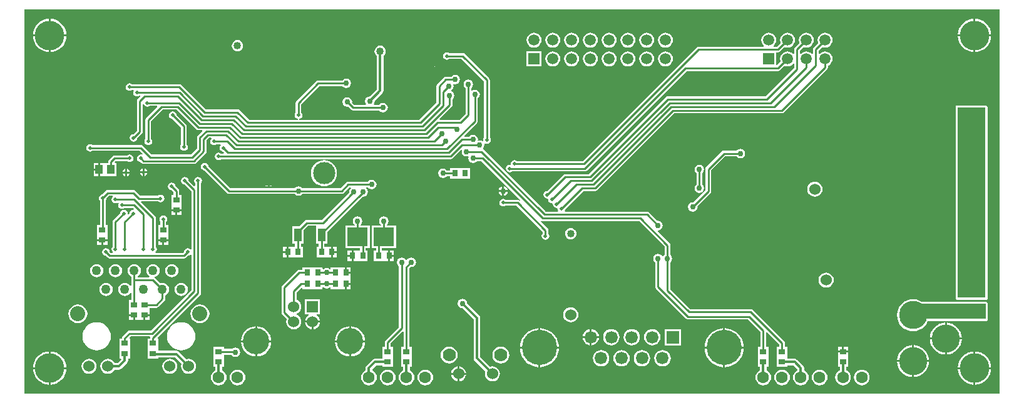
<source format=gbl>
%FSLAX43Y43*%
%MOMM*%
%SFA1B1*%

%IPPOS*%
%ADD10R,0.799998X0.899998*%
%ADD11R,0.899998X0.799998*%
%ADD27C,0.253999*%
%ADD28C,0.380999*%
%ADD34R,3.809992X25.780948*%
%ADD35R,2.793994X2.793994*%
%ADD36R,3.428993X3.047994*%
%ADD38R,1.650997X1.523997*%
%ADD42R,1.269997X1.269997*%
%ADD46C,1.499997*%
%ADD47R,1.499997X1.499997*%
%ADD48C,3.999992*%
%ADD49C,0.761998*%
%ADD50C,2.999994*%
%ADD51C,0.507999*%
%ADD52C,1.015998*%
%ADD53C,1.523997*%
%ADD54R,1.499997X1.499997*%
%ADD55C,3.809992*%
%ADD56C,1.599997*%
%ADD57C,4.759990*%
%ADD58R,1.689997X1.689997*%
%ADD59C,1.689997*%
%ADD60C,3.555993*%
%ADD61R,1.523997X1.523997*%
%ADD62C,2.031996*%
%ADD63C,1.269997*%
%ADD64C,1.777996*%
%ADD65C,1.999996*%
%ADD66R,1.999996X1.999996*%
%ADD67R,0.999998X1.299997*%
%ADD68R,0.999998X1.799996*%
%ADD69R,2.793994X2.539995*%
%ADD70R,9.524981X2.158996*%
%ADD71R,3.936992X3.682993*%
%ADD72R,1.904996X1.650997*%
%ADD73R,1.396997X1.396997*%
%ADD74R,1.396997X1.650997*%
%ADD75R,2.920994X2.793994*%
%ADD76R,2.666995X2.539995*%
%LNlp_led_cube_8x8x8-1*%
%LPD*%
G36*
X177411Y59442D02*
X45472D01*
Y111498*
X177411*
Y59442*
G37*
%LNlp_led_cube_8x8x8-2*%
%LPC*%
G36*
X122221Y68145D02*
Y67180D01*
X123186*
X123165Y67340*
X123054Y67607*
X122878Y67837*
X122648Y68013*
X122381Y68124*
X122221Y68145*
G37*
G36*
X165670Y72209D02*
X165247Y72167D01*
X164840Y72044*
X164465Y71843*
X164136Y71574*
X163867Y71245*
X163666Y70870*
X163543Y70463*
X163501Y70039*
X163543Y69616*
X163666Y69209*
X163867Y68834*
X164136Y68505*
X164465Y68236*
X164840Y68035*
X165247Y67912*
X165670Y67870*
X166094Y67912*
X166501Y68035*
X166876Y68236*
X167205Y68505*
X167474Y68834*
X167675Y69209*
X175513*
X175612Y69229*
X175696Y69285*
X175752Y69369*
X175772Y69468*
Y71627*
X175752Y71726*
X175696Y71810*
X175612Y71866*
X175513Y71886*
X166796*
X166501Y72044*
X166094Y72167*
X165670Y72209*
G37*
G36*
X84327Y69023D02*
X83446D01*
X83464Y68885*
X83567Y68638*
X83729Y68426*
X83942Y68263*
X84189Y68161*
X84327Y68142*
Y69023*
G37*
G36*
X169989Y69021D02*
X169692Y68992D01*
X169285Y68869*
X168910Y68668*
X168581Y68399*
X168312Y68070*
X168111Y67695*
X167988Y67288*
X167959Y66992*
X169989*
Y69021*
G37*
G36*
X170242D02*
Y66992D01*
X172272*
X172243Y67288*
X172120Y67695*
X171919Y68070*
X171650Y68399*
X171321Y68668*
X170946Y68869*
X170539Y68992*
X170242Y69021*
G37*
G36*
X121967Y68145D02*
X121807Y68124D01*
X121540Y68013*
X121310Y67837*
X121134Y67607*
X121023Y67340*
X121002Y67180*
X121967*
Y68145*
G37*
G36*
X119379Y71128D02*
X119114Y71093D01*
X118867Y70990*
X118654Y70828*
X118492Y70615*
X118389Y70368*
X118354Y70103*
X118389Y69838*
X118492Y69591*
X118654Y69378*
X118867Y69216*
X119114Y69113*
X119379Y69078*
X119644Y69113*
X119891Y69216*
X120104Y69378*
X120266Y69591*
X120369Y69838*
X120404Y70103*
X120369Y70368*
X120266Y70615*
X120104Y70828*
X119891Y70990*
X119644Y71093*
X119379Y71128*
G37*
G36*
X85470Y72199D02*
X83438D01*
Y70167*
X83926*
X83951Y70042*
X83942Y70038*
X83729Y69875*
X83567Y69663*
X83464Y69416*
X83446Y69278*
X85462*
X85444Y69416*
X85341Y69663*
X85179Y69875*
X84966Y70038*
X84957Y70042*
X84982Y70167*
X85470*
Y72199*
G37*
G36*
X60197Y69911D02*
X59620D01*
Y69384*
X60197*
Y69911*
G37*
G36*
X85462Y69023D02*
X84581D01*
Y68142*
X84719Y68161*
X84966Y68263*
X85179Y68426*
X85341Y68638*
X85444Y68885*
X85462Y69023*
G37*
G36*
X52704Y71511D02*
X52372Y71467D01*
X52064Y71339*
X51798Y71136*
X51595Y70870*
X51467Y70562*
X51423Y70230*
X51467Y69898*
X51595Y69590*
X51798Y69324*
X52064Y69121*
X52372Y68993*
X52704Y68949*
X53036Y68993*
X53344Y69121*
X53610Y69324*
X53813Y69590*
X53941Y69898*
X53985Y70230*
X53941Y70562*
X53813Y70870*
X53610Y71136*
X53344Y71339*
X53036Y71467*
X52704Y71511*
G37*
G36*
X69214D02*
X68882Y71467D01*
X68574Y71339*
X68308Y71136*
X68105Y70870*
X67977Y70562*
X67933Y70230*
X67977Y69898*
X68105Y69590*
X68308Y69324*
X68574Y69121*
X68882Y68993*
X69214Y68949*
X69546Y68993*
X69854Y69121*
X70120Y69324*
X70323Y69590*
X70451Y69898*
X70495Y70230*
X70451Y70562*
X70323Y70870*
X70120Y71136*
X69854Y71339*
X69546Y71467*
X69214Y71511*
G37*
G36*
X127634Y68161D02*
X127347Y68124D01*
X127080Y68013*
X126850Y67837*
X126674Y67607*
X126563Y67340*
X126526Y67053*
X126563Y66766*
X126674Y66499*
X126850Y66269*
X127080Y66093*
X127347Y65982*
X127634Y65945*
X127921Y65982*
X128188Y66093*
X128418Y66269*
X128594Y66499*
X128705Y66766*
X128742Y67053*
X128705Y67340*
X128594Y67607*
X128418Y67837*
X128188Y68013*
X127921Y68124*
X127634Y68161*
G37*
G36*
X130404D02*
X130117Y68124D01*
X129850Y68013*
X129620Y67837*
X129444Y67607*
X129333Y67340*
X129296Y67053*
X129333Y66766*
X129444Y66499*
X129620Y66269*
X129850Y66093*
X130117Y65982*
X130404Y65945*
X130691Y65982*
X130958Y66093*
X131188Y66269*
X131364Y66499*
X131475Y66766*
X131512Y67053*
X131475Y67340*
X131364Y67607*
X131188Y67837*
X130958Y68013*
X130691Y68124*
X130404Y68161*
G37*
G36*
X134273Y68152D02*
X132075D01*
Y65954*
X134273*
Y68152*
G37*
G36*
X140002Y68265D02*
X139716Y68243D01*
X139313Y68146*
X138929Y67987*
X138576Y67771*
X138261Y67501*
X137991Y67186*
X137775Y66833*
X137616Y66449*
X137519Y66046*
X137497Y65760*
X140002*
Y68265*
G37*
G36*
X140256D02*
Y65760D01*
X142761*
X142739Y66046*
X142642Y66449*
X142483Y66833*
X142267Y67186*
X141997Y67501*
X141682Y67771*
X141329Y67987*
X140945Y68146*
X140542Y68243*
X140256Y68265*
G37*
G36*
X124864Y68161D02*
X124577Y68124D01*
X124310Y68013*
X124080Y67837*
X123904Y67607*
X123793Y67340*
X123756Y67053*
X123793Y66766*
X123904Y66499*
X124080Y66269*
X124310Y66093*
X124577Y65982*
X124864Y65945*
X125151Y65982*
X125418Y66093*
X125648Y66269*
X125824Y66499*
X125935Y66766*
X125972Y67053*
X125935Y67340*
X125824Y67607*
X125648Y67837*
X125418Y68013*
X125151Y68124*
X124864Y68161*
G37*
G36*
X76961Y68513D02*
Y66611D01*
X78863*
X78837Y66882*
X78720Y67265*
X78532Y67618*
X78278Y67927*
X77968Y68181*
X77615Y68370*
X77232Y68486*
X76961Y68513*
G37*
G36*
X89407D02*
X89136Y68486D01*
X88753Y68370*
X88400Y68181*
X88090Y67927*
X87836Y67618*
X87648Y67265*
X87531Y66882*
X87505Y66611*
X89407*
Y68513*
G37*
G36*
X89661D02*
Y66611D01*
X91563*
X91537Y66882*
X91420Y67265*
X91232Y67618*
X90978Y67927*
X90668Y68181*
X90315Y68370*
X89932Y68486*
X89661Y68513*
G37*
G36*
X121967Y66926D02*
X121002D01*
X121023Y66766*
X121134Y66499*
X121310Y66269*
X121540Y66093*
X121807Y65982*
X121967Y65961*
Y66926*
G37*
G36*
X123186D02*
X122221D01*
Y65961*
X122381Y65982*
X122648Y66093*
X122878Y66269*
X123054Y66499*
X123165Y66766*
X123186Y66926*
G37*
G36*
X76707Y68513D02*
X76436Y68486D01*
X76053Y68370*
X75700Y68181*
X75390Y67927*
X75136Y67618*
X74948Y67265*
X74831Y66882*
X74805Y66611*
X76707*
Y68513*
G37*
G36*
X89618Y76522D02*
X89091D01*
Y75945*
X89618*
Y76522*
G37*
G36*
X89723Y77977D02*
X89196D01*
Y77400*
X89723*
Y77977*
G37*
G36*
X94106Y83450D02*
X93858Y83401D01*
X93648Y83261*
X93508Y83051*
X93459Y82803*
X93508Y82555*
X93648Y82345*
X93718Y82299*
Y82168*
X92455*
Y79120*
X93018*
Y78808*
X92752*
Y77400*
X94060*
X94152*
X94679*
Y78104*
Y78808*
X94152*
X94060*
X93794*
Y79120*
X95757*
Y82168*
X94494*
Y82299*
X94564Y82345*
X94704Y82555*
X94753Y82803*
X94704Y83051*
X94564Y83261*
X94354Y83401*
X94106Y83450*
G37*
G36*
X57784Y76969D02*
X57552Y76938D01*
X57336Y76849*
X57150Y76706*
X57007Y76520*
X56918Y76304*
X56887Y76072*
X56918Y75840*
X57007Y75624*
X57150Y75438*
X57336Y75295*
X57552Y75206*
X57784Y75175*
X58016Y75206*
X58232Y75295*
X58418Y75438*
X58561Y75624*
X58650Y75840*
X58681Y76072*
X58650Y76304*
X58561Y76520*
X58418Y76706*
X58232Y76849*
X58016Y76938*
X57784Y76969*
G37*
G36*
X65404D02*
X65172Y76938D01*
X64956Y76849*
X64770Y76706*
X64627Y76520*
X64538Y76304*
X64507Y76072*
X64538Y75840*
X64627Y75624*
X64770Y75438*
X64956Y75295*
X65172Y75206*
X65404Y75175*
X65636Y75206*
X65852Y75295*
X66038Y75438*
X66181Y75624*
X66270Y75840*
X66301Y76072*
X66270Y76304*
X66181Y76520*
X66038Y76706*
X65852Y76849*
X65636Y76938*
X65404Y76969*
G37*
G36*
X62864D02*
X62632Y76938D01*
X62416Y76849*
X62230Y76706*
X62087Y76520*
X61998Y76304*
X61967Y76072*
X61998Y75840*
X62087Y75624*
X62230Y75438*
X62396Y75311*
X62355Y75190*
X60833*
X60792Y75311*
X60958Y75438*
X61101Y75624*
X61190Y75840*
X61221Y76072*
X61190Y76304*
X61101Y76520*
X60958Y76706*
X60772Y76849*
X60556Y76938*
X60324Y76969*
X60092Y76938*
X59876Y76849*
X59690Y76706*
X59547Y76520*
X59458Y76304*
X59427Y76072*
X59458Y75840*
X59547Y75624*
X59690Y75438*
X59876Y75295*
X59936Y75271*
Y74041*
X59815Y74000*
X59688Y74166*
X59502Y74309*
X59286Y74398*
X59054Y74429*
X58822Y74398*
X58606Y74309*
X58420Y74166*
X58277Y73980*
X58188Y73764*
X58157Y73532*
X58188Y73300*
X58277Y73084*
X58420Y72898*
X58606Y72755*
X58822Y72666*
X59054Y72635*
X59286Y72666*
X59502Y72755*
X59688Y72898*
X59815Y73064*
X59936Y73023*
Y72092*
X59620*
Y70784*
Y70692*
Y70165*
X60324*
Y70038*
X60451*
Y69384*
X61594*
Y70038*
X61721*
Y70165*
X62425*
Y70692*
Y70784*
Y71050*
X63310*
X63459Y71079*
X63585Y71163*
X64409Y71987*
X64493Y72113*
X64522Y72262*
Y72731*
X64582Y72755*
X64768Y72898*
X64911Y73084*
X65000Y73300*
X65031Y73532*
X65000Y73764*
X64911Y73980*
X64768Y74166*
X64582Y74309*
X64366Y74398*
X64134Y74429*
X63902Y74398*
X63842Y74373*
X63139Y75077*
X63115Y75092*
X63127Y75219*
X63312Y75295*
X63498Y75438*
X63641Y75624*
X63730Y75840*
X63761Y76072*
X63730Y76304*
X63641Y76520*
X63498Y76706*
X63312Y76849*
X63096Y76938*
X62864Y76969*
G37*
G36*
X87713Y78485D02*
X87186D01*
Y77908*
X87713*
Y78485*
G37*
G36*
X89723Y78808D02*
X89196D01*
Y78231*
X89723*
Y78808*
G37*
G36*
X95460D02*
X94933D01*
Y78231*
X95460*
Y78808*
G37*
G36*
Y77977D02*
X94933D01*
Y77400*
X95460*
Y77977*
G37*
G36*
X97789Y77862D02*
X97541Y77813D01*
X97331Y77673*
X97217Y77503*
X97090*
X96977Y77673*
X96767Y77813*
X96519Y77862*
X96271Y77813*
X96061Y77673*
X95921Y77463*
X95872Y77215*
X95921Y76967*
X96061Y76757*
X96131Y76711*
Y68424*
X94339Y66633*
X94255Y66507*
X94226Y66358*
Y65742*
X93910*
Y64434*
Y64342*
Y64141*
X92898*
X92725Y64107*
X92578Y64008*
X91754Y63184*
X91655Y63037*
X91621Y62864*
Y62547*
X91542Y62515*
X91322Y62346*
X91153Y62126*
X91047Y61869*
X91011Y61594*
X91047Y61319*
X91153Y61062*
X91322Y60842*
X91542Y60673*
X91799Y60567*
X92074Y60531*
X92349Y60567*
X92606Y60673*
X92826Y60842*
X92995Y61062*
X93101Y61319*
X93137Y61594*
X93101Y61869*
X92995Y62126*
X92826Y62346*
X92606Y62515*
X92527Y62547*
Y62676*
X93086Y63235*
X93910*
Y63034*
X95318*
Y64342*
Y64434*
Y65742*
X95002*
Y66197*
X96648Y67843*
X96766Y67794*
Y65742*
X96450*
Y64434*
Y64342*
Y63034*
X96701*
Y62547*
X96622Y62515*
X96402Y62346*
X96233Y62126*
X96127Y61869*
X96091Y61594*
X96127Y61319*
X96233Y61062*
X96402Y60842*
X96622Y60673*
X96879Y60567*
X97154Y60531*
X97429Y60567*
X97686Y60673*
X97906Y60842*
X98075Y61062*
X98181Y61319*
X98217Y61594*
X98181Y61869*
X98075Y62126*
X97906Y62346*
X97686Y62515*
X97607Y62547*
Y63034*
X97858*
Y64342*
Y64434*
Y65742*
X97542*
Y76419*
X97707Y76584*
X97789Y76568*
X98037Y76617*
X98247Y76757*
X98387Y76967*
X98436Y77215*
X98387Y77463*
X98247Y77673*
X98037Y77813*
X97789Y77862*
G37*
G36*
X80960Y78485D02*
X80433D01*
Y77908*
X80960*
Y78485*
G37*
G36*
X66674Y74429D02*
X66442Y74398D01*
X66226Y74309*
X66040Y74166*
X65897Y73980*
X65808Y73764*
X65777Y73532*
X65808Y73300*
X65897Y73084*
X66040Y72898*
X66226Y72755*
X66442Y72666*
X66674Y72635*
X66906Y72666*
X67122Y72755*
X67308Y72898*
X67451Y73084*
X67540Y73300*
X67571Y73532*
X67540Y73764*
X67451Y73980*
X67308Y74166*
X67122Y74309*
X66906Y74398*
X66674Y74429*
G37*
G36*
X89618Y74167D02*
X89091D01*
Y73590*
X89618*
Y74167*
G37*
G36*
X153923Y75827D02*
X153658Y75792D01*
X153411Y75689*
X153198Y75527*
X153036Y75314*
X152933Y75067*
X152898Y74802*
X152933Y74537*
X153036Y74290*
X153198Y74077*
X153411Y73915*
X153658Y73812*
X153923Y73777*
X154188Y73812*
X154435Y73915*
X154648Y74077*
X154810Y74290*
X154913Y74537*
X154948Y74802*
X154913Y75067*
X154810Y75314*
X154648Y75527*
X154435Y75689*
X154188Y75792*
X153923Y75827*
G37*
G36*
X62425Y69911D02*
X61848D01*
Y69384*
X62425*
Y69911*
G37*
G36*
X175513Y98429D02*
X171703D01*
X171604Y98409*
X171602Y98408*
X171465*
Y98271*
X171464Y98269*
X171444Y98170*
Y72389*
X171464Y72290*
X171520Y72206*
X171604Y72150*
X171703Y72130*
X175513*
X175612Y72150*
X175696Y72206*
X175752Y72290*
X175772Y72389*
Y98170*
X175752Y98269*
X175696Y98353*
X175612Y98409*
X175513Y98429*
G37*
G36*
X56514Y74429D02*
X56282Y74398D01*
X56066Y74309*
X55880Y74166*
X55737Y73980*
X55648Y73764*
X55617Y73532*
X55648Y73300*
X55737Y73084*
X55880Y72898*
X56066Y72755*
X56282Y72666*
X56514Y72635*
X56746Y72666*
X56962Y72755*
X57148Y72898*
X57291Y73084*
X57380Y73300*
X57411Y73532*
X57380Y73764*
X57291Y73980*
X57148Y74166*
X56962Y74309*
X56746Y74398*
X56514Y74429*
G37*
G36*
X151256Y75810D02*
Y74929D01*
X152137*
X152119Y75067*
X152016Y75314*
X151854Y75527*
X151641Y75689*
X151394Y75792*
X151256Y75810*
G37*
G36*
X84500Y76522D02*
X84429D01*
X84408*
X83100*
Y76206*
X82676*
X82527Y76177*
X82401Y76093*
X80369Y74061*
X80285Y73935*
X80256Y73786*
Y70421*
X80285Y70272*
X80369Y70146*
X80975Y69540*
X80924Y69416*
X80889Y69150*
X80924Y68885*
X81027Y68638*
X81189Y68426*
X81402Y68263*
X81649Y68161*
X81914Y68126*
X82179Y68161*
X82426Y68263*
X82639Y68426*
X82801Y68638*
X82904Y68885*
X82939Y69150*
X82904Y69416*
X82801Y69663*
X82639Y69875*
X82426Y70038*
X82269Y70103*
Y70230*
X82426Y70295*
X82639Y70458*
X82801Y70670*
X82904Y70917*
X82939Y71183*
X82904Y71448*
X82801Y71695*
X82639Y71907*
X82426Y72070*
X82302Y72121*
Y73117*
X82983Y73797*
X83100Y73749*
Y73590*
X84408*
X84500*
X85808*
Y73764*
X85920Y73824*
X86111Y73696*
X86359Y73647*
X86607Y73696*
X86798Y73824*
X86910Y73764*
Y73590*
X88218*
X88310*
X88837*
Y74294*
X88964*
Y74421*
X89618*
Y74998*
Y75114*
Y75691*
X88964*
Y75818*
X88837*
Y76522*
X88310*
X88218*
X86910*
Y76348*
X86798Y76288*
X86607Y76416*
X86359Y76465*
X86111Y76416*
X85920Y76288*
X85808Y76348*
Y76522*
X84500*
G37*
G36*
X55244Y76969D02*
X55012Y76938D01*
X54796Y76849*
X54610Y76706*
X54467Y76520*
X54378Y76304*
X54347Y76072*
X54378Y75840*
X54467Y75624*
X54610Y75438*
X54796Y75295*
X55012Y75206*
X55244Y75175*
X55476Y75206*
X55692Y75295*
X55878Y75438*
X56021Y75624*
X56110Y75840*
X56141Y76072*
X56110Y76304*
X56021Y76520*
X55878Y76706*
X55692Y76849*
X55476Y76938*
X55244Y76969*
G37*
G36*
X151002Y74675D02*
X150121D01*
X150139Y74537*
X150242Y74290*
X150404Y74077*
X150617Y73915*
X150864Y73812*
X151002Y73794*
Y74675*
G37*
G36*
X152137D02*
X151256D01*
Y73794*
X151394Y73812*
X151641Y73915*
X151854Y74077*
X152016Y74290*
X152119Y74537*
X152137Y74675*
G37*
G36*
X151002Y75810D02*
X150864Y75792D01*
X150617Y75689*
X150404Y75527*
X150242Y75314*
X150139Y75067*
X150121Y74929*
X151002*
Y75810*
G37*
G36*
X115266Y68265D02*
Y65760D01*
X117771*
X117749Y66046*
X117652Y66449*
X117493Y66833*
X117277Y67186*
X117007Y67501*
X116692Y67771*
X116339Y67987*
X115955Y68146*
X115552Y68243*
X115266Y68265*
G37*
G36*
X54228Y64143D02*
X53963Y64108D01*
X53716Y64005*
X53503Y63843*
X53341Y63630*
X53238Y63383*
X53203Y63118*
X53238Y62853*
X53341Y62606*
X53503Y62393*
X53716Y62231*
X53963Y62128*
X54228Y62093*
X54493Y62128*
X54740Y62231*
X54953Y62393*
X55115Y62606*
X55218Y62853*
X55253Y63118*
X55218Y63383*
X55115Y63630*
X54953Y63843*
X54740Y64005*
X54493Y64108*
X54228Y64143*
G37*
G36*
X65150D02*
X64885Y64108D01*
X64638Y64005*
X64425Y63843*
X64263Y63630*
X64160Y63383*
X64125Y63118*
X64160Y62853*
X64263Y62606*
X64425Y62393*
X64638Y62231*
X64885Y62128*
X65150Y62093*
X65415Y62128*
X65662Y62231*
X65875Y62393*
X66037Y62606*
X66140Y62853*
X66175Y63118*
X66140Y63383*
X66037Y63630*
X65875Y63843*
X65662Y64005*
X65415Y64108*
X65150Y64143*
G37*
G36*
X104075Y63110D02*
X103937Y63092D01*
X103690Y62989*
X103478Y62827*
X103315Y62614*
X103213Y62367*
X103194Y62229*
X104075*
Y63110*
G37*
G36*
X105211Y61975D02*
X104329D01*
Y61094*
X104468Y61112*
X104715Y61215*
X104927Y61377*
X105090Y61590*
X105192Y61837*
X105211Y61975*
G37*
G36*
X165543Y63689D02*
X163514D01*
X163543Y63393*
X163666Y62986*
X163867Y62611*
X164136Y62282*
X164465Y62013*
X164840Y61812*
X165247Y61689*
X165543Y61660*
Y63689*
G37*
G36*
X167827D02*
X165797D01*
Y61660*
X166094Y61689*
X166501Y61812*
X166876Y62013*
X167205Y62282*
X167474Y62611*
X167675Y62986*
X167798Y63393*
X167827Y63689*
G37*
G36*
X173862Y65116D02*
X173547Y65085D01*
X173122Y64956*
X172731Y64747*
X172387Y64466*
X172106Y64122*
X171897Y63731*
X171768Y63306*
X171737Y62991*
X173862*
Y65116*
G37*
G36*
X174116D02*
Y62991D01*
X176241*
X176210Y63306*
X176082Y63731*
X175872Y64122*
X175591Y64466*
X175247Y64747*
X174856Y64956*
X174431Y65085*
X174116Y65116*
G37*
G36*
X115012Y65506D02*
X112507D01*
X112529Y65220*
X112626Y64817*
X112785Y64433*
X113001Y64080*
X113271Y63765*
X113586Y63495*
X113939Y63279*
X114323Y63120*
X114726Y63023*
X115012Y63001*
Y65506*
G37*
G36*
X104329Y63110D02*
Y62229D01*
X105211*
X105192Y62367*
X105090Y62614*
X104927Y62827*
X104715Y62989*
X104468Y63092*
X104329Y63110*
G37*
G36*
X48767Y65116D02*
X48452Y65085D01*
X48027Y64956*
X47636Y64747*
X47292Y64466*
X47011Y64122*
X46802Y63731*
X46673Y63306*
X46642Y62991*
X48767*
Y65116*
G37*
G36*
X49021D02*
Y62991D01*
X51146*
X51115Y63306*
X50986Y63731*
X50777Y64122*
X50496Y64466*
X50152Y64747*
X49761Y64956*
X49336Y65085*
X49021Y65116*
G37*
G36*
X147954Y62657D02*
X147679Y62621D01*
X147422Y62515*
X147202Y62346*
X147033Y62126*
X146927Y61869*
X146891Y61594*
X146927Y61319*
X147033Y61062*
X147202Y60842*
X147422Y60673*
X147679Y60567*
X147954Y60531*
X148229Y60567*
X148486Y60673*
X148706Y60842*
X148875Y61062*
X148981Y61319*
X149017Y61594*
X148981Y61869*
X148875Y62126*
X148706Y62346*
X148486Y62515*
X148229Y62621*
X147954Y62657*
G37*
G36*
X153034D02*
X152759Y62621D01*
X152502Y62515*
X152282Y62346*
X152113Y62126*
X152007Y61869*
X151971Y61594*
X152007Y61319*
X152113Y61062*
X152282Y60842*
X152502Y60673*
X152759Y60567*
X153034Y60531*
X153309Y60567*
X153566Y60673*
X153786Y60842*
X153955Y61062*
X154061Y61319*
X154097Y61594*
X154061Y61869*
X153955Y62126*
X153786Y62346*
X153566Y62515*
X153309Y62621*
X153034Y62657*
G37*
G36*
X158749D02*
X158474Y62621D01*
X158217Y62515*
X157997Y62346*
X157828Y62126*
X157722Y61869*
X157686Y61594*
X157722Y61319*
X157828Y61062*
X157997Y60842*
X158217Y60673*
X158474Y60567*
X158749Y60531*
X159024Y60567*
X159281Y60673*
X159501Y60842*
X159670Y61062*
X159776Y61319*
X159812Y61594*
X159776Y61869*
X159670Y62126*
X159501Y62346*
X159281Y62515*
X159024Y62621*
X158749Y62657*
G37*
G36*
X74294D02*
X74019Y62621D01*
X73762Y62515*
X73542Y62346*
X73373Y62126*
X73267Y61869*
X73231Y61594*
X73267Y61319*
X73373Y61062*
X73542Y60842*
X73762Y60673*
X74019Y60567*
X74294Y60531*
X74569Y60567*
X74826Y60673*
X75046Y60842*
X75215Y61062*
X75321Y61319*
X75357Y61594*
X75321Y61869*
X75215Y62126*
X75046Y62346*
X74826Y62515*
X74569Y62621*
X74294Y62657*
G37*
G36*
X94614D02*
X94339Y62621D01*
X94082Y62515*
X93862Y62346*
X93693Y62126*
X93587Y61869*
X93551Y61594*
X93587Y61319*
X93693Y61062*
X93862Y60842*
X94082Y60673*
X94339Y60567*
X94614Y60531*
X94889Y60567*
X95146Y60673*
X95366Y60842*
X95535Y61062*
X95641Y61319*
X95677Y61594*
X95641Y61869*
X95535Y62126*
X95366Y62346*
X95146Y62515*
X94889Y62621*
X94614Y62657*
G37*
G36*
X99694D02*
X99419Y62621D01*
X99162Y62515*
X98942Y62346*
X98773Y62126*
X98667Y61869*
X98631Y61594*
X98667Y61319*
X98773Y61062*
X98942Y60842*
X99162Y60673*
X99419Y60567*
X99694Y60531*
X99969Y60567*
X100226Y60673*
X100446Y60842*
X100615Y61062*
X100721Y61319*
X100757Y61594*
X100721Y61869*
X100615Y62126*
X100446Y62346*
X100226Y62515*
X99969Y62621*
X99694Y62657*
G37*
G36*
X176241Y62737D02*
X174116D01*
Y60612*
X174431Y60643*
X174856Y60771*
X175247Y60981*
X175591Y61262*
X175872Y61606*
X176082Y61997*
X176210Y62422*
X176241Y62737*
G37*
G36*
X104727Y72274D02*
X104479Y72225D01*
X104269Y72085*
X104128Y71875*
X104079Y71627*
X104128Y71379*
X104269Y71169*
X104479Y71029*
X104727Y70980*
X104732Y70981*
X106226Y69487*
Y64198*
X106260Y64024*
X106359Y63877*
X107809Y62426*
X107785Y62367*
X107750Y62102*
X107785Y61837*
X107887Y61590*
X108050Y61377*
X108262Y61215*
X108509Y61112*
X108774Y61077*
X109040Y61112*
X109287Y61215*
X109499Y61377*
X109662Y61590*
X109764Y61837*
X109799Y62102*
X109764Y62367*
X109662Y62614*
X109499Y62827*
X109287Y62989*
X109040Y63092*
X108774Y63127*
X108509Y63092*
X108450Y63067*
X107132Y64385*
Y69675*
X107098Y69848*
X106999Y69995*
X105373Y71622*
X105374Y71627*
X105325Y71875*
X105184Y72085*
X104974Y72225*
X104727Y72274*
G37*
G36*
X104075Y61975D02*
X103194D01*
X103213Y61837*
X103315Y61590*
X103478Y61377*
X103690Y61215*
X103937Y61112*
X104075Y61094*
Y61975*
G37*
G36*
X48767Y62737D02*
X46642D01*
X46673Y62422*
X46802Y61997*
X47011Y61606*
X47292Y61262*
X47636Y60981*
X48027Y60771*
X48452Y60643*
X48767Y60612*
Y62737*
G37*
G36*
X51146D02*
X49021D01*
Y60612*
X49336Y60643*
X49761Y60771*
X50152Y60981*
X50496Y61262*
X50777Y61606*
X50986Y61997*
X51115Y62422*
X51146Y62737*
G37*
G36*
X173862D02*
X171737D01*
X171768Y62422*
X171897Y61997*
X172106Y61606*
X172387Y61262*
X172731Y60981*
X173122Y60771*
X173547Y60643*
X173862Y60612*
Y62737*
G37*
G36*
X89407Y66356D02*
X87505D01*
X87531Y66085*
X87648Y65702*
X87836Y65349*
X88090Y65040*
X88400Y64786*
X88753Y64597*
X89136Y64481*
X89407Y64454*
Y66356*
G37*
G36*
X91563D02*
X89661D01*
Y64454*
X89932Y64481*
X90315Y64597*
X90668Y64786*
X90978Y65040*
X91232Y65349*
X91420Y65702*
X91537Y66085*
X91563Y66356*
G37*
G36*
X169989Y66738D02*
X167959D01*
X167988Y66441*
X168111Y66034*
X168312Y65659*
X168581Y65330*
X168910Y65061*
X169285Y64860*
X169692Y64737*
X169989Y64708*
Y66738*
G37*
G36*
X156913Y64961D02*
X155505D01*
Y64434*
Y64342*
Y63034*
X155756*
Y62547*
X155677Y62515*
X155457Y62346*
X155288Y62126*
X155182Y61869*
X155146Y61594*
X155182Y61319*
X155288Y61062*
X155457Y60842*
X155677Y60673*
X155934Y60567*
X156209Y60531*
X156484Y60567*
X156741Y60673*
X156961Y60842*
X157130Y61062*
X157236Y61319*
X157272Y61594*
X157236Y61869*
X157130Y62126*
X156961Y62346*
X156741Y62515*
X156662Y62547*
Y63034*
X156913*
Y64342*
Y64434*
Y64961*
G37*
G36*
X76707Y66356D02*
X74805D01*
X74831Y66085*
X74948Y65702*
X75136Y65349*
X75390Y65040*
X75700Y64786*
X76053Y64597*
X76436Y64481*
X76707Y64454*
Y66356*
G37*
G36*
X78863D02*
X76961D01*
Y64454*
X77232Y64481*
X77615Y64597*
X77968Y64786*
X78278Y65040*
X78532Y65349*
X78720Y65702*
X78837Y66085*
X78863Y66356*
G37*
G36*
X55244Y69096D02*
X54871Y69059D01*
X54511Y68951*
X54181Y68774*
X53890Y68536*
X53652Y68245*
X53475Y67915*
X53367Y67555*
X53330Y67182*
X53367Y66809*
X53475Y66449*
X53652Y66119*
X53890Y65828*
X54181Y65590*
X54511Y65413*
X54871Y65305*
X55244Y65268*
X55617Y65305*
X55977Y65413*
X56307Y65590*
X56598Y65828*
X56836Y66119*
X57013Y66449*
X57121Y66809*
X57158Y67182*
X57121Y67555*
X57013Y67915*
X56836Y68245*
X56598Y68536*
X56307Y68774*
X55977Y68951*
X55617Y69059*
X55244Y69096*
G37*
G36*
X66674D02*
X66301Y69059D01*
X65941Y68951*
X65611Y68774*
X65320Y68536*
X65082Y68245*
X64905Y67915*
X64797Y67555*
X64760Y67182*
X64797Y66809*
X64905Y66449*
X65082Y66119*
X65320Y65828*
X65611Y65590*
X65941Y65413*
X66301Y65305*
X66674Y65268*
X67047Y65305*
X67407Y65413*
X67737Y65590*
X68028Y65828*
X68266Y66119*
X68443Y66449*
X68551Y66809*
X68588Y67182*
X68551Y67555*
X68443Y67915*
X68266Y68245*
X68028Y68536*
X67737Y68774*
X67407Y68951*
X67047Y69059*
X66674Y69096*
G37*
G36*
X115012Y68265D02*
X114726Y68243D01*
X114323Y68146*
X113939Y67987*
X113586Y67771*
X113271Y67501*
X113001Y67186*
X112785Y66833*
X112626Y66449*
X112529Y66046*
X112507Y65760*
X115012*
Y68265*
G37*
G36*
X172272Y66738D02*
X170242D01*
Y64708*
X170539Y64737*
X170946Y64860*
X171321Y65061*
X171650Y65330*
X171919Y65659*
X172120Y66034*
X172243Y66441*
X172272Y66738*
G37*
G36*
X156082Y65742D02*
X155505D01*
Y65215*
X156082*
Y65742*
G37*
G36*
X156913D02*
X156336D01*
Y65215*
X156913*
Y65742*
G37*
G36*
X123479Y65321D02*
X123192Y65284D01*
X122925Y65173*
X122695Y64997*
X122519Y64767*
X122408Y64500*
X122371Y64213*
X122408Y63926*
X122519Y63659*
X122695Y63429*
X122925Y63253*
X123192Y63142*
X123479Y63105*
X123766Y63142*
X124033Y63253*
X124263Y63429*
X124439Y63659*
X124550Y63926*
X124587Y64213*
X124550Y64500*
X124439Y64767*
X124263Y64997*
X124033Y65173*
X123766Y65284*
X123479Y65321*
G37*
G36*
X126249D02*
X125962Y65284D01*
X125695Y65173*
X125465Y64997*
X125289Y64767*
X125178Y64500*
X125141Y64213*
X125178Y63926*
X125289Y63659*
X125465Y63429*
X125695Y63253*
X125962Y63142*
X126249Y63105*
X126536Y63142*
X126803Y63253*
X127033Y63429*
X127209Y63659*
X127320Y63926*
X127357Y64213*
X127320Y64500*
X127209Y64767*
X127033Y64997*
X126803Y65173*
X126536Y65284*
X126249Y65321*
G37*
G36*
X129019D02*
X128732Y65284D01*
X128465Y65173*
X128235Y64997*
X128059Y64767*
X127948Y64500*
X127911Y64213*
X127948Y63926*
X128059Y63659*
X128235Y63429*
X128465Y63253*
X128732Y63142*
X129019Y63105*
X129306Y63142*
X129573Y63253*
X129803Y63429*
X129979Y63659*
X130090Y63926*
X130127Y64213*
X130090Y64500*
X129979Y64767*
X129803Y64997*
X129573Y65173*
X129306Y65284*
X129019Y65321*
G37*
G36*
X117771Y65506D02*
X115266D01*
Y63001*
X115552Y63023*
X115955Y63120*
X116339Y63279*
X116692Y63495*
X117007Y63765*
X117277Y64080*
X117493Y64433*
X117652Y64817*
X117749Y65220*
X117771Y65506*
G37*
G36*
X140002D02*
X137497D01*
X137519Y65220*
X137616Y64817*
X137775Y64433*
X137991Y64080*
X138261Y63765*
X138576Y63495*
X138929Y63279*
X139313Y63120*
X139716Y63023*
X140002Y63001*
Y65506*
G37*
G36*
X142761D02*
X140256D01*
Y63001*
X140542Y63023*
X140945Y63120*
X141329Y63279*
X141682Y63495*
X141997Y63765*
X142267Y64080*
X142483Y64433*
X142642Y64817*
X142739Y65220*
X142761Y65506*
G37*
G36*
X165543Y65973D02*
X165247Y65944D01*
X164840Y65821*
X164465Y65620*
X164136Y65351*
X163867Y65022*
X163666Y64647*
X163543Y64240*
X163514Y63943*
X165543*
Y65973*
G37*
G36*
X165797D02*
Y63943D01*
X167827*
X167798Y64240*
X167675Y64647*
X167474Y65022*
X167205Y65351*
X166876Y65620*
X166501Y65821*
X166094Y65944*
X165797Y65973*
G37*
G36*
X72458Y65742D02*
X71050D01*
Y64434*
Y64342*
Y63034*
X71301*
Y62547*
X71222Y62515*
X71002Y62346*
X70833Y62126*
X70727Y61869*
X70691Y61594*
X70727Y61319*
X70833Y61062*
X71002Y60842*
X71222Y60673*
X71479Y60567*
X71754Y60531*
X72029Y60567*
X72286Y60673*
X72506Y60842*
X72675Y61062*
X72781Y61319*
X72817Y61594*
X72781Y61869*
X72675Y62126*
X72506Y62346*
X72286Y62515*
X72207Y62547*
Y63034*
X72458*
Y64342*
Y64434*
Y64700*
X73492*
X73582Y64565*
X73792Y64425*
X74040Y64376*
X74288Y64425*
X74498Y64565*
X74638Y64775*
X74687Y65023*
X74638Y65271*
X74498Y65481*
X74288Y65621*
X74040Y65670*
X73792Y65621*
X73582Y65481*
X73579Y65476*
X72458*
Y65742*
G37*
G36*
X131789Y65321D02*
X131502Y65284D01*
X131235Y65173*
X131005Y64997*
X130829Y64767*
X130718Y64500*
X130681Y64213*
X130718Y63926*
X130829Y63659*
X131005Y63429*
X131235Y63253*
X131502Y63142*
X131789Y63105*
X132076Y63142*
X132343Y63253*
X132573Y63429*
X132749Y63659*
X132860Y63926*
X132897Y64213*
X132860Y64500*
X132749Y64767*
X132573Y64997*
X132343Y65173*
X132076Y65284*
X131789Y65321*
G37*
G36*
X102933Y65795D02*
X102634Y65756D01*
X102356Y65640*
X102117Y65457*
X101934Y65218*
X101819Y64940*
X101780Y64642*
X101819Y64344*
X101934Y64066*
X102117Y63827*
X102356Y63644*
X102634Y63528*
X102933Y63489*
X103231Y63528*
X103509Y63644*
X103748Y63827*
X103931Y64066*
X104046Y64344*
X104085Y64642*
X104046Y64940*
X103931Y65218*
X103748Y65457*
X103509Y65640*
X103231Y65756*
X102933Y65795*
G37*
G36*
X109918D02*
X109619Y65756D01*
X109341Y65640*
X109102Y65457*
X108919Y65218*
X108804Y64940*
X108765Y64642*
X108804Y64344*
X108919Y64066*
X109102Y63827*
X109341Y63644*
X109619Y63528*
X109918Y63489*
X110216Y63528*
X110494Y63644*
X110733Y63827*
X110916Y64066*
X111031Y64344*
X111070Y64642*
X111031Y64940*
X110916Y65218*
X110733Y65457*
X110494Y65640*
X110216Y65756*
X109918Y65795*
G37*
G36*
X100710Y102996D02*
X100215D01*
X100239Y102875*
X100379Y102665*
X100589Y102525*
X100710Y102501*
Y102996*
G37*
G36*
X101459D02*
X100964D01*
Y102501*
X101085Y102525*
X101295Y102665*
X101435Y102875*
X101459Y102996*
G37*
G36*
X59562Y103110D02*
X59441Y103086D01*
X59231Y102946*
X59091Y102736*
X59067Y102615*
X59562*
Y103110*
G37*
G36*
X60311Y102361D02*
X59816D01*
Y101866*
X59937Y101890*
X60147Y102030*
X60287Y102240*
X60311Y102361*
G37*
G36*
X70865Y102996D02*
X69984D01*
X70002Y102858*
X70105Y102611*
X70267Y102398*
X70480Y102236*
X70727Y102133*
X70865Y102115*
Y102996*
G37*
G36*
X72000D02*
X71119D01*
Y102115*
X71257Y102133*
X71504Y102236*
X71717Y102398*
X71879Y102611*
X71982Y102858*
X72000Y102996*
G37*
G36*
X100710Y103745D02*
X100589Y103721D01*
X100379Y103581*
X100239Y103371*
X100215Y103250*
X100710*
Y103745*
G37*
G36*
X100964D02*
Y103250D01*
X101459*
X101435Y103371*
X101295Y103581*
X101085Y103721*
X100964Y103745*
G37*
G36*
X116941Y105787D02*
X116678Y105752D01*
X116434Y105651*
X116225Y105490*
X116064Y105280*
X115962Y105036*
X115928Y104774*
X115962Y104512*
X116064Y104268*
X116225Y104058*
X116434Y103897*
X116678Y103796*
X116941Y103761*
X117203Y103796*
X117447Y103897*
X117657Y104058*
X117818Y104268*
X117919Y104512*
X117953Y104774*
X117919Y105036*
X117818Y105280*
X117657Y105490*
X117447Y105651*
X117203Y105752*
X116941Y105787*
G37*
G36*
X59816Y103110D02*
Y102615D01*
X60311*
X60287Y102736*
X60147Y102946*
X59937Y103086*
X59816Y103110*
G37*
G36*
X70865Y104131D02*
X70727Y104113D01*
X70480Y104010*
X70267Y103848*
X70105Y103635*
X70002Y103388*
X69984Y103250*
X70865*
Y104131*
G37*
G36*
X71119D02*
Y103250D01*
X72000*
X71982Y103388*
X71879Y103635*
X71717Y103848*
X71504Y104010*
X71257Y104113*
X71119Y104131*
G37*
G36*
X110603Y94868D02*
X110108D01*
Y94373*
X110229Y94397*
X110439Y94537*
X110579Y94747*
X110603Y94868*
G37*
G36*
X109854Y95617D02*
X109733Y95593D01*
X109523Y95453*
X109383Y95243*
X109359Y95122*
X109854*
Y95617*
G37*
G36*
X110108D02*
Y95122D01*
X110603*
X110579Y95243*
X110439Y95453*
X110229Y95593*
X110108Y95617*
G37*
G36*
X142309Y92594D02*
X142061Y92545D01*
X141851Y92405*
X141805Y92335*
X140093*
X139944Y92306*
X139818Y92222*
X137716Y90120*
X137632Y89994*
X137603Y89845*
Y86971*
X135971Y85339*
X135889Y85355*
X135641Y85306*
X135431Y85166*
X135291Y84956*
X135242Y84708*
X135291Y84460*
X135431Y84250*
X135641Y84110*
X135889Y84061*
X136137Y84110*
X136347Y84250*
X136487Y84460*
X136536Y84708*
X136520Y84790*
X138266Y86535*
X138350Y86661*
X138379Y86810*
Y89684*
X140254Y91559*
X141805*
X141851Y91489*
X142061Y91349*
X142309Y91300*
X142557Y91349*
X142767Y91489*
X142907Y91699*
X142956Y91947*
X142907Y92195*
X142767Y92405*
X142557Y92545*
X142309Y92594*
G37*
G36*
X65531Y97672D02*
X65333Y97633D01*
X65165Y97520*
X65052Y97352*
X65013Y97154*
X65052Y96956*
X65165Y96788*
X65333Y96675*
X65492Y96644*
X66667Y95469*
Y93169*
X66576Y93034*
X66537Y92836*
X66576Y92638*
X66689Y92470*
X66857Y92357*
X67055Y92318*
X67253Y92357*
X67421Y92470*
X67534Y92638*
X67573Y92836*
X67534Y93034*
X67443Y93169*
Y95630*
X67414Y95779*
X67330Y95905*
X66041Y97193*
X66010Y97352*
X65897Y97520*
X65729Y97633*
X65531Y97672*
G37*
G36*
X109854Y94868D02*
X109359D01*
X109383Y94747*
X109523Y94537*
X109733Y94397*
X109854Y94373*
Y94868*
G37*
G36*
X172592Y102212D02*
X172392Y102186D01*
X172087Y102059*
X171825Y101858*
X171624Y101596*
X171497Y101291*
X171471Y101091*
X172592*
Y102212*
G37*
G36*
X172846D02*
Y101091D01*
X173967*
X173941Y101291*
X173814Y101596*
X173613Y101858*
X173351Y102059*
X173046Y102186*
X172846Y102212*
G37*
G36*
X59562Y102361D02*
X59067D01*
X59091Y102240*
X59231Y102030*
X59441Y101890*
X59562Y101866*
Y102361*
G37*
G36*
X93598Y106559D02*
X93399Y106532D01*
X93214Y106456*
X93055Y106333*
X92932Y106174*
X92856Y105989*
X92829Y105790*
X92856Y105591*
X92932Y105406*
X93055Y105247*
X93145Y105177*
Y100644*
X92206Y99705*
X92201Y99706*
X91953Y99657*
X91743Y99517*
X91603Y99307*
X91554Y99059*
X91603Y98811*
X91697Y98670*
X91637Y98558*
X90076*
X89784Y98850*
X89800Y98932*
X89751Y99180*
X89611Y99390*
X89401Y99530*
X89153Y99579*
X88905Y99530*
X88695Y99390*
X88555Y99180*
X88506Y98932*
X88555Y98684*
X88695Y98474*
X88905Y98334*
X89153Y98285*
X89235Y98301*
X89640Y97895*
X89766Y97811*
X89915Y97782*
X93475*
X93521Y97712*
X93731Y97572*
X93979Y97523*
X94227Y97572*
X94437Y97712*
X94577Y97922*
X94626Y98170*
X94577Y98418*
X94437Y98628*
X94227Y98768*
X93979Y98817*
X93731Y98768*
X93521Y98628*
X93475Y98558*
X92765*
X92705Y98670*
X92799Y98811*
X92848Y99059*
X92847Y99064*
X93918Y100136*
X94017Y100283*
X94051Y100456*
Y105177*
X94141Y105247*
X94264Y105406*
X94340Y105591*
X94367Y105790*
X94340Y105989*
X94264Y106174*
X94141Y106333*
X93982Y106456*
X93797Y106532*
X93598Y106559*
G37*
G36*
X172592Y100837D02*
X171471D01*
X171497Y100637*
X171624Y100332*
X171825Y100070*
X172087Y99869*
X172392Y99742*
X172592Y99716*
Y100837*
G37*
G36*
X173967D02*
X172846D01*
Y99716*
X173046Y99742*
X173351Y99869*
X173613Y100070*
X173814Y100332*
X173941Y100637*
X173967Y100837*
G37*
G36*
X119481Y105787D02*
X119218Y105752D01*
X118974Y105651*
X118765Y105490*
X118604Y105280*
X118502Y105036*
X118468Y104774*
X118502Y104512*
X118604Y104268*
X118765Y104058*
X118974Y103897*
X119218Y103796*
X119481Y103761*
X119743Y103796*
X119987Y103897*
X120197Y104058*
X120358Y104268*
X120459Y104512*
X120493Y104774*
X120459Y105036*
X120358Y105280*
X120197Y105490*
X119987Y105651*
X119743Y105752*
X119481Y105787*
G37*
G36*
X124561Y108327D02*
X124298Y108292D01*
X124054Y108191*
X123845Y108030*
X123684Y107820*
X123582Y107576*
X123548Y107314*
X123582Y107052*
X123684Y106808*
X123845Y106598*
X124054Y106437*
X124298Y106336*
X124561Y106301*
X124823Y106336*
X125067Y106437*
X125277Y106598*
X125438Y106808*
X125539Y107052*
X125573Y107314*
X125539Y107576*
X125438Y107820*
X125277Y108030*
X125067Y108191*
X124823Y108292*
X124561Y108327*
G37*
G36*
X127101D02*
X126839Y108292D01*
X126594Y108191*
X126385Y108030*
X126224Y107820*
X126122Y107576*
X126088Y107314*
X126122Y107052*
X126224Y106808*
X126385Y106598*
X126594Y106437*
X126839Y106336*
X127101Y106301*
X127363Y106336*
X127607Y106437*
X127817Y106598*
X127978Y106808*
X128079Y107052*
X128113Y107314*
X128079Y107576*
X127978Y107820*
X127817Y108030*
X127607Y108191*
X127363Y108292*
X127101Y108327*
G37*
G36*
X129641D02*
X129379Y108292D01*
X129134Y108191*
X128925Y108030*
X128764Y107820*
X128662Y107576*
X128628Y107314*
X128662Y107052*
X128764Y106808*
X128925Y106598*
X129134Y106437*
X129379Y106336*
X129641Y106301*
X129903Y106336*
X130147Y106437*
X130357Y106598*
X130518Y106808*
X130619Y107052*
X130653Y107314*
X130619Y107576*
X130518Y107820*
X130357Y108030*
X130147Y108191*
X129903Y108292*
X129641Y108327*
G37*
G36*
X116941D02*
X116678Y108292D01*
X116434Y108191*
X116225Y108030*
X116064Y107820*
X115962Y107576*
X115928Y107314*
X115962Y107052*
X116064Y106808*
X116225Y106598*
X116434Y106437*
X116678Y106336*
X116941Y106301*
X117203Y106336*
X117447Y106437*
X117657Y106598*
X117818Y106808*
X117919Y107052*
X117953Y107314*
X117919Y107576*
X117818Y107820*
X117657Y108030*
X117447Y108191*
X117203Y108292*
X116941Y108327*
G37*
G36*
X119481D02*
X119218Y108292D01*
X118974Y108191*
X118765Y108030*
X118604Y107820*
X118502Y107576*
X118468Y107314*
X118502Y107052*
X118604Y106808*
X118765Y106598*
X118974Y106437*
X119218Y106336*
X119481Y106301*
X119743Y106336*
X119987Y106437*
X120197Y106598*
X120358Y106808*
X120459Y107052*
X120493Y107314*
X120459Y107576*
X120358Y107820*
X120197Y108030*
X119987Y108191*
X119743Y108292*
X119481Y108327*
G37*
G36*
X122021D02*
X121758Y108292D01*
X121514Y108191*
X121305Y108030*
X121144Y107820*
X121042Y107576*
X121008Y107314*
X121042Y107052*
X121144Y106808*
X121305Y106598*
X121514Y106437*
X121758Y106336*
X122021Y106301*
X122283Y106336*
X122527Y106437*
X122737Y106598*
X122898Y106808*
X122999Y107052*
X123033Y107314*
X122999Y107576*
X122898Y107820*
X122737Y108030*
X122527Y108191*
X122283Y108292*
X122021Y108327*
G37*
G36*
X49021Y110201D02*
Y108076D01*
X51146*
X51115Y108391*
X50986Y108816*
X50777Y109207*
X50496Y109551*
X50152Y109832*
X49761Y110042*
X49336Y110170*
X49021Y110201*
G37*
G36*
X173862D02*
X173547Y110170D01*
X173122Y110042*
X172731Y109832*
X172387Y109551*
X172106Y109207*
X171897Y108816*
X171768Y108391*
X171737Y108076*
X173862*
Y110201*
G37*
G36*
X174116D02*
Y108076D01*
X176241*
X176210Y108391*
X176082Y108816*
X175872Y109207*
X175591Y109551*
X175247Y109832*
X174856Y110042*
X174431Y110170*
X174116Y110201*
G37*
G36*
X132181Y108327D02*
X131918Y108292D01*
X131674Y108191*
X131465Y108030*
X131304Y107820*
X131202Y107576*
X131168Y107314*
X131202Y107052*
X131304Y106808*
X131465Y106598*
X131674Y106437*
X131918Y106336*
X132181Y106301*
X132443Y106336*
X132687Y106437*
X132897Y106598*
X133058Y106808*
X133159Y107052*
X133193Y107314*
X133159Y107576*
X133058Y107820*
X132897Y108030*
X132687Y108191*
X132443Y108292*
X132181Y108327*
G37*
G36*
X153771D02*
X153509Y108292D01*
X153264Y108191*
X153055Y108030*
X152894Y107820*
X152792Y107576*
X152758Y107314*
X152792Y107052*
X152841Y106934*
X152251Y106344*
X152167Y106218*
X152138Y106069*
Y105439*
X152017Y105398*
X151947Y105490*
X151737Y105651*
X151493Y105752*
X151231Y105787*
X150968Y105752*
X150724Y105651*
X150515Y105490*
X150495Y105464*
X150374Y105505*
Y105908*
X150851Y106385*
X150968Y106336*
X151231Y106301*
X151493Y106336*
X151737Y106437*
X151947Y106598*
X152108Y106808*
X152209Y107052*
X152243Y107314*
X152209Y107576*
X152108Y107820*
X151947Y108030*
X151737Y108191*
X151493Y108292*
X151231Y108327*
X150968Y108292*
X150724Y108191*
X150515Y108030*
X150354Y107820*
X150252Y107576*
X150218Y107314*
X150252Y107052*
X150301Y106934*
X149711Y106344*
X149627Y106218*
X149598Y106069*
Y105439*
X149477Y105398*
X149407Y105490*
X149197Y105651*
X148953Y105752*
X148691Y105787*
X148429Y105752*
X148184Y105651*
X147975Y105490*
X147814Y105280*
X147712Y105036*
X147678Y104774*
X147712Y104512*
X147761Y104394*
X147272Y103905*
X147155Y103953*
Y105656*
X147421*
X147569Y105685*
X147695Y105769*
X148311Y106385*
X148429Y106336*
X148691Y106301*
X148953Y106336*
X149197Y106437*
X149407Y106598*
X149568Y106808*
X149669Y107052*
X149703Y107314*
X149669Y107576*
X149568Y107820*
X149407Y108030*
X149197Y108191*
X148953Y108292*
X148691Y108327*
X148429Y108292*
X148184Y108191*
X147975Y108030*
X147814Y107820*
X147712Y107576*
X147678Y107314*
X147712Y107052*
X147761Y106934*
X147260Y106432*
X146849*
X146808Y106553*
X146867Y106598*
X147028Y106808*
X147129Y107052*
X147163Y107314*
X147129Y107576*
X147028Y107820*
X146867Y108030*
X146657Y108191*
X146413Y108292*
X146151Y108327*
X145888Y108292*
X145644Y108191*
X145435Y108030*
X145274Y107820*
X145172Y107576*
X145138Y107314*
X145172Y107052*
X145274Y106808*
X145435Y106598*
X145493Y106553*
X145453Y106432*
X136651*
X136502Y106403*
X136376Y106319*
X120996Y90938*
X112092*
X111957Y91029*
X111759Y91068*
X111561Y91029*
X111393Y90916*
X111280Y90748*
X111241Y90550*
X111248Y90516*
X111158Y90426*
X111124Y90433*
X110926Y90394*
X110758Y90281*
X110645Y90113*
X110606Y89915*
X110645Y89717*
X110758Y89549*
X110926Y89436*
X111124Y89397*
X111322Y89436*
X111457Y89527*
X121284*
X121433Y89556*
X121559Y89640*
X135034Y103116*
X147421*
X147569Y103145*
X147695Y103229*
X148311Y103845*
X148429Y103796*
X148691Y103761*
X148953Y103796*
X149197Y103897*
X149407Y104058*
X149477Y104150*
X149598Y104109*
Y103538*
X145761Y99701*
X132547*
X132399Y99672*
X132272Y99588*
X121845Y89160*
X118617*
X118468Y89131*
X118342Y89047*
X116165Y86869*
X116006Y86838*
X115838Y86725*
X115725Y86557*
X115686Y86359*
X115725Y86161*
X115838Y85993*
X116006Y85880*
X116204Y85841*
X116238Y85848*
X116328Y85758*
X116321Y85724*
X116360Y85526*
X116473Y85358*
X116641Y85245*
X116839Y85206*
X116873Y85213*
X116963Y85123*
X116956Y85089*
X116995Y84891*
X117108Y84723*
X117276Y84610*
X117474Y84571*
X117508Y84578*
X117598Y84488*
X117591Y84454*
X117630Y84256*
X117673Y84192*
X117613Y84080*
X115984*
X107589Y92476*
X107538Y92509*
X107518Y92632*
X107658Y92842*
X107707Y93090*
X107668Y93287*
X107774Y93358*
X107846Y93309*
X108044Y93270*
X108242Y93309*
X108410Y93422*
X108523Y93590*
X108562Y93788*
X108523Y93986*
X108432Y94121*
Y101885*
X108403Y102034*
X108319Y102160*
X105049Y105430*
X104923Y105514*
X104774Y105543*
X102948*
X102813Y105634*
X102615Y105673*
X102417Y105634*
X102249Y105521*
X102136Y105353*
X102097Y105155*
X102136Y104957*
X102249Y104789*
X102417Y104676*
X102615Y104637*
X102813Y104676*
X102948Y104767*
X104613*
X107656Y101724*
Y94121*
X107565Y93986*
X107526Y93788*
X107550Y93667*
X107444Y93597*
X107308Y93688*
X107060Y93737*
X106897Y93705*
X106807Y93795*
X106818Y93852*
X106769Y94100*
X106629Y94310*
X106419Y94450*
X106171Y94499*
X105923Y94450*
X105713Y94310*
X105667Y94240*
X105032*
X104984Y94358*
X106700Y96074*
X106784Y96200*
X106813Y96348*
Y99444*
X106883Y99490*
X107023Y99700*
X107072Y99948*
X107023Y100196*
X106883Y100406*
X106673Y100546*
X106425Y100595*
X106177Y100546*
X106036Y100452*
X105924Y100512*
Y100841*
X105994Y100887*
X106134Y101097*
X106183Y101345*
X106134Y101593*
X105994Y101803*
X105784Y101943*
X105536Y101992*
X105288Y101943*
X105078Y101803*
X104938Y101593*
X104889Y101345*
X104938Y101097*
X105078Y100887*
X105148Y100841*
Y97315*
X104359Y96526*
X101687*
X101638Y96644*
X103271Y98276*
X103355Y98402*
X103384Y98551*
Y99317*
X103454Y99363*
X103594Y99573*
X103643Y99821*
X103594Y100069*
X103454Y100279*
X103244Y100419*
X103224Y100423*
X103199Y100548*
X103327Y100633*
X103467Y100843*
X103516Y101091*
X103479Y101280*
X103569Y101370*
X103758Y101333*
X104006Y101382*
X104216Y101522*
X104356Y101732*
X104405Y101980*
X104356Y102228*
X104216Y102438*
X104006Y102578*
X103758Y102627*
X103510Y102578*
X103300Y102438*
X103254Y102368*
X102488*
X102339Y102339*
X102213Y102255*
X101324Y101366*
X101240Y101240*
X101211Y101091*
Y98839*
X98898Y96526*
X82646*
X82633Y96653*
X82747Y96675*
X82915Y96788*
X83028Y96956*
X83067Y97154*
X83028Y97352*
X82937Y97487*
Y98644*
X85377Y101084*
X88522*
X88568Y101014*
X88778Y100874*
X89026Y100825*
X89274Y100874*
X89484Y101014*
X89624Y101224*
X89673Y101472*
X89624Y101720*
X89484Y101930*
X89274Y102070*
X89026Y102119*
X88778Y102070*
X88568Y101930*
X88522Y101860*
X85216*
X85067Y101831*
X84941Y101747*
X82274Y99080*
X82190Y98954*
X82161Y98805*
Y97487*
X82070Y97352*
X82031Y97154*
X82070Y96956*
X82183Y96788*
X82351Y96675*
X82465Y96653*
X82452Y96526*
X75852*
X74569Y97810*
X74443Y97894*
X74294Y97923*
X70010*
X66695Y101239*
X66569Y101323*
X66420Y101352*
X60022*
X59887Y101443*
X59689Y101482*
X59491Y101443*
X59323Y101330*
X59210Y101162*
X59171Y100964*
X59210Y100766*
X59323Y100598*
X59491Y100485*
X59689Y100446*
X59887Y100485*
X60022Y100576*
X60209*
X60269Y100464*
X60226Y100400*
X60187Y100202*
X60226Y100004*
X60339Y99836*
X60507Y99723*
X60705Y99684*
X60903Y99723*
X61023Y99804*
X61145Y99767*
X61174Y99696*
X60811Y99334*
X60727Y99208*
X60698Y99059*
Y95084*
X60194Y94580*
X60035Y94549*
X59867Y94436*
X59754Y94268*
X59715Y94070*
X59754Y93872*
X59867Y93704*
X60035Y93591*
X60233Y93552*
X60431Y93591*
X60599Y93704*
X60712Y93872*
X60743Y94031*
X61361Y94648*
X61445Y94774*
X61474Y94923*
Y98708*
X61601Y98721*
X61623Y98607*
X61736Y98439*
X61904Y98326*
X62102Y98287*
X62300Y98326*
X62435Y98417*
X63411*
X63460Y98299*
X61954Y96794*
X61870Y96668*
X61841Y96519*
Y93931*
X61750Y93796*
X61711Y93598*
X61750Y93400*
X61863Y93232*
X62031Y93119*
X62229Y93080*
X62427Y93119*
X62595Y93232*
X62708Y93400*
X62747Y93598*
X62708Y93796*
X62617Y93931*
Y96358*
X64168Y97909*
X66052*
X68733Y95228*
X68859Y95144*
X69007Y95115*
X69507*
X69556Y94997*
X68939Y94381*
X68855Y94255*
X68826Y94106*
Y92616*
X68037Y91827*
X62644*
X61488Y92984*
X61362Y93068*
X61213Y93097*
X54688*
X54553Y93188*
X54355Y93227*
X54157Y93188*
X53989Y93075*
X53876Y92907*
X53837Y92709*
X53876Y92511*
X53989Y92343*
X54157Y92230*
X54355Y92191*
X54553Y92230*
X54688Y92321*
X61052*
X61470Y91903*
X61410Y91791*
X61213Y91830*
X61015Y91791*
X60847Y91678*
X60734Y91510*
X60695Y91312*
X60734Y91114*
X60847Y90946*
X61015Y90833*
X61174Y90802*
X61262Y90714*
X61319Y90656*
X61445Y90572*
X61594Y90543*
X68408*
X68557Y90572*
X68683Y90656*
X69997Y91970*
X70081Y92096*
X70110Y92245*
Y93735*
X70474Y94099*
X70735*
X70772Y93977*
X70753Y93964*
X70640Y93796*
X70601Y93598*
X70640Y93400*
X70753Y93232*
X70921Y93119*
X71119Y93080*
X71317Y93119*
X71452Y93210*
X72005*
X72042Y93088*
X72023Y93075*
X71910Y92907*
X71871Y92709*
X71910Y92511*
X72023Y92343*
X72191Y92230*
X72350Y92199*
X72473Y92076*
X72424Y91958*
X72082*
X71952Y92045*
X71754Y92084*
X71556Y92045*
X71388Y91933*
X71275Y91765*
X71236Y91567*
X71275Y91368*
X71388Y91200*
X71556Y91088*
X71754Y91049*
X71952Y91088*
X72092Y91182*
X103106*
X103124Y91178*
X103272Y91208*
X103398Y91292*
X104561Y92455*
X104673Y92395*
X104635Y92201*
X104684Y91953*
X104824Y91743*
X105034Y91603*
X105282Y91554*
X105471Y91591*
X105561Y91501*
X105524Y91312*
X105573Y91064*
X105713Y90854*
X105923Y90714*
X106171Y90665*
X106419Y90714*
X106629Y90854*
X106675Y90924*
X107280*
X112528Y85676*
X112447Y85578*
X112344Y85647*
X112195Y85676*
X110568*
X110433Y85767*
X110235Y85806*
X110037Y85767*
X109869Y85654*
X109756Y85486*
X109717Y85288*
X109756Y85090*
X109869Y84922*
X110037Y84809*
X110235Y84770*
X110433Y84809*
X110568Y84900*
X112034*
X115562Y81372*
Y81104*
X115471Y80969*
X115432Y80771*
X115471Y80573*
X115584Y80405*
X115752Y80292*
X115950Y80253*
X116148Y80292*
X116316Y80405*
X116429Y80573*
X116468Y80771*
X116429Y80969*
X116338Y81104*
Y81533*
X116309Y81682*
X116225Y81808*
X115236Y82796*
X115317Y82894*
X115420Y82825*
X115445Y82820*
X115569Y82796*
X128632*
X132072Y79356*
Y78227*
X132002Y78181*
X131888Y78011*
X131761*
X131648Y78181*
X131438Y78321*
X131190Y78370*
X130942Y78321*
X130732Y78181*
X130592Y77971*
X130543Y77723*
X130592Y77475*
X130732Y77265*
X130802Y77219*
Y73913*
X130831Y73764*
X130915Y73638*
X134979Y69574*
X135105Y69490*
X135254Y69461*
X143348*
X145026Y67783*
Y65742*
X144710*
Y64434*
Y64342*
Y63034*
X144961*
Y62547*
X144882Y62515*
X144662Y62346*
X144493Y62126*
X144387Y61869*
X144351Y61594*
X144387Y61319*
X144493Y61062*
X144662Y60842*
X144882Y60673*
X145139Y60567*
X145414Y60531*
X145689Y60567*
X145946Y60673*
X146166Y60842*
X146335Y61062*
X146441Y61319*
X146477Y61594*
X146441Y61869*
X146335Y62126*
X146166Y62346*
X145946Y62515*
X145867Y62547*
Y63034*
X146118*
Y64342*
Y64434*
Y65742*
X145802*
Y67686*
X145920Y67734*
X147566Y66089*
Y65742*
X147250*
Y64434*
Y64342*
Y63034*
X148658*
Y63235*
X149482*
X150041Y62676*
Y62547*
X149962Y62515*
X149742Y62346*
X149573Y62126*
X149467Y61869*
X149431Y61594*
X149467Y61319*
X149573Y61062*
X149742Y60842*
X149962Y60673*
X150219Y60567*
X150494Y60531*
X150769Y60567*
X151026Y60673*
X151246Y60842*
X151415Y61062*
X151521Y61319*
X151557Y61594*
X151521Y61869*
X151415Y62126*
X151246Y62346*
X151026Y62515*
X150947Y62547*
Y62864*
X150913Y63037*
X150864Y63111*
X150814Y63184*
X149990Y64008*
X149843Y64107*
X149670Y64141*
X148658*
Y64342*
Y64434*
Y65742*
X148342*
Y66249*
X148313Y66398*
X148229Y66524*
X143994Y70759*
X143868Y70843*
X143719Y70872*
X135542*
X132848Y73566*
Y77219*
X132918Y77265*
X133058Y77475*
X133107Y77723*
X133058Y77971*
X132918Y78181*
X132848Y78227*
Y79517*
X132819Y79665*
X132735Y79791*
X131095Y81431*
X131155Y81543*
X131190Y81536*
X131438Y81585*
X131648Y81726*
X131788Y81936*
X131837Y82184*
X131788Y82431*
X131648Y82641*
X131438Y82782*
X131190Y82831*
X131108Y82815*
X129956Y83967*
X129830Y84051*
X129681Y84080*
X118605*
X118545Y84192*
X118588Y84256*
X118619Y84415*
X121064Y86860*
X122681*
X122830Y86889*
X122956Y86973*
X133383Y97401*
X147954*
X148103Y97430*
X148229Y97514*
X154045Y103331*
X154129Y103457*
X154159Y103606*
Y103848*
X154277Y103897*
X154487Y104058*
X154648Y104268*
X154749Y104512*
X154783Y104774*
X154749Y105036*
X154648Y105280*
X154487Y105490*
X154277Y105651*
X154033Y105752*
X153771Y105787*
X153509Y105752*
X153264Y105651*
X153055Y105490*
X153035Y105464*
X152914Y105505*
Y105908*
X153391Y106385*
X153509Y106336*
X153771Y106301*
X154033Y106336*
X154277Y106437*
X154487Y106598*
X154648Y106808*
X154749Y107052*
X154783Y107314*
X154749Y107576*
X154648Y107820*
X154487Y108030*
X154277Y108191*
X154033Y108292*
X153771Y108327*
G37*
G36*
X48767Y110201D02*
X48452Y110170D01*
X48027Y110042*
X47636Y109832*
X47292Y109551*
X47011Y109207*
X46802Y108816*
X46673Y108391*
X46642Y108076*
X48767*
Y110201*
G37*
G36*
X129641Y105787D02*
X129379Y105752D01*
X129134Y105651*
X128925Y105490*
X128764Y105280*
X128662Y105036*
X128628Y104774*
X128662Y104512*
X128764Y104268*
X128925Y104058*
X129134Y103897*
X129379Y103796*
X129641Y103761*
X129903Y103796*
X130147Y103897*
X130357Y104058*
X130518Y104268*
X130619Y104512*
X130653Y104774*
X130619Y105036*
X130518Y105280*
X130357Y105490*
X130147Y105651*
X129903Y105752*
X129641Y105787*
G37*
G36*
X132181D02*
X131918Y105752D01*
X131674Y105651*
X131465Y105490*
X131304Y105280*
X131202Y105036*
X131168Y104774*
X131202Y104512*
X131304Y104268*
X131465Y104058*
X131674Y103897*
X131918Y103796*
X132181Y103761*
X132443Y103796*
X132687Y103897*
X132897Y104058*
X133058Y104268*
X133159Y104512*
X133193Y104774*
X133159Y105036*
X133058Y105280*
X132897Y105490*
X132687Y105651*
X132443Y105752*
X132181Y105787*
G37*
G36*
X115405Y105778D02*
X113397D01*
Y103770*
X115405*
Y105778*
G37*
G36*
X122021Y105787D02*
X121758Y105752D01*
X121514Y105651*
X121305Y105490*
X121144Y105280*
X121042Y105036*
X121008Y104774*
X121042Y104512*
X121144Y104268*
X121305Y104058*
X121514Y103897*
X121758Y103796*
X122021Y103761*
X122283Y103796*
X122527Y103897*
X122737Y104058*
X122898Y104268*
X122999Y104512*
X123033Y104774*
X122999Y105036*
X122898Y105280*
X122737Y105490*
X122527Y105651*
X122283Y105752*
X122021Y105787*
G37*
G36*
X124561D02*
X124298Y105752D01*
X124054Y105651*
X123845Y105490*
X123684Y105280*
X123582Y105036*
X123548Y104774*
X123582Y104512*
X123684Y104268*
X123845Y104058*
X124054Y103897*
X124298Y103796*
X124561Y103761*
X124823Y103796*
X125067Y103897*
X125277Y104058*
X125438Y104268*
X125539Y104512*
X125573Y104774*
X125539Y105036*
X125438Y105280*
X125277Y105490*
X125067Y105651*
X124823Y105752*
X124561Y105787*
G37*
G36*
X127101D02*
X126839Y105752D01*
X126594Y105651*
X126385Y105490*
X126224Y105280*
X126122Y105036*
X126088Y104774*
X126122Y104512*
X126224Y104268*
X126385Y104058*
X126594Y103897*
X126839Y103796*
X127101Y103761*
X127363Y103796*
X127607Y103897*
X127817Y104058*
X127978Y104268*
X128079Y104512*
X128113Y104774*
X128079Y105036*
X127978Y105280*
X127817Y105490*
X127607Y105651*
X127363Y105752*
X127101Y105787*
G37*
G36*
X176241Y107822D02*
X174116D01*
Y105697*
X174431Y105728*
X174856Y105856*
X175247Y106066*
X175591Y106347*
X175872Y106691*
X176082Y107082*
X176210Y107507*
X176241Y107822*
G37*
G36*
X74294Y107321D02*
X74095Y107294D01*
X73910Y107218*
X73751Y107095*
X73628Y106936*
X73552Y106751*
X73525Y106552*
X73552Y106353*
X73628Y106168*
X73751Y106009*
X73910Y105886*
X74095Y105810*
X74294Y105783*
X74493Y105810*
X74678Y105886*
X74837Y106009*
X74960Y106168*
X75036Y106353*
X75063Y106552*
X75036Y106751*
X74960Y106936*
X74837Y107095*
X74678Y107218*
X74493Y107294*
X74294Y107321*
G37*
G36*
X114401Y108327D02*
X114139Y108292D01*
X113894Y108191*
X113685Y108030*
X113524Y107820*
X113422Y107576*
X113388Y107314*
X113422Y107052*
X113524Y106808*
X113685Y106598*
X113894Y106437*
X114139Y106336*
X114401Y106301*
X114663Y106336*
X114907Y106437*
X115117Y106598*
X115278Y106808*
X115379Y107052*
X115413Y107314*
X115379Y107576*
X115278Y107820*
X115117Y108030*
X114907Y108191*
X114663Y108292*
X114401Y108327*
G37*
G36*
X48767Y107822D02*
X46642D01*
X46673Y107507*
X46802Y107082*
X47011Y106691*
X47292Y106347*
X47636Y106066*
X48027Y105856*
X48452Y105728*
X48767Y105697*
Y107822*
G37*
G36*
X51146D02*
X49021D01*
Y105697*
X49336Y105728*
X49761Y105856*
X50152Y106066*
X50496Y106347*
X50777Y106691*
X50986Y107082*
X51115Y107507*
X51146Y107822*
G37*
G36*
X173862D02*
X171737D01*
X171768Y107507*
X171897Y107082*
X172106Y106691*
X172387Y106347*
X172731Y106066*
X173122Y105856*
X173547Y105728*
X173862Y105697*
Y107822*
G37*
G36*
X152272Y85335D02*
X152134Y85317D01*
X151887Y85214*
X151674Y85052*
X151512Y84839*
X151409Y84592*
X151391Y84454*
X152272*
Y85335*
G37*
G36*
X152526D02*
Y84454D01*
X153407*
X153389Y84592*
X153286Y84839*
X153124Y85052*
X152911Y85214*
X152664Y85317*
X152526Y85335*
G37*
G36*
X104139Y85203D02*
X104018Y85179D01*
X103808Y85039*
X103668Y84829*
X103644Y84708*
X104139*
Y85203*
G37*
G36*
X66743Y84135D02*
X66166D01*
Y83608*
X66743*
Y84135*
G37*
G36*
X104139Y84454D02*
X103644D01*
X103668Y84333*
X103808Y84123*
X104018Y83983*
X104139Y83959*
Y84454*
G37*
G36*
X104888D02*
X104393D01*
Y83959*
X104514Y83983*
X104724Y84123*
X104864Y84333*
X104888Y84454*
G37*
G36*
X110108Y86740D02*
X109613D01*
X109637Y86619*
X109777Y86409*
X109987Y86269*
X110108Y86245*
Y86740*
G37*
G36*
X110857D02*
X110362D01*
Y86245*
X110483Y86269*
X110693Y86409*
X110833Y86619*
X110857Y86740*
G37*
G36*
X136778Y90435D02*
X136530Y90386D01*
X136320Y90246*
X136180Y90036*
X136131Y89788*
X136180Y89540*
X136320Y89330*
X136390Y89284*
Y87752*
X136320Y87706*
X136180Y87496*
X136131Y87248*
X136180Y87000*
X136320Y86790*
X136530Y86650*
X136778Y86601*
X137026Y86650*
X137236Y86790*
X137376Y87000*
X137425Y87248*
X137376Y87496*
X137236Y87706*
X137166Y87752*
Y89284*
X137236Y89330*
X137376Y89540*
X137425Y89788*
X137376Y90036*
X137236Y90246*
X137026Y90386*
X136778Y90435*
G37*
G36*
X104393Y85203D02*
Y84708D01*
X104888*
X104864Y84829*
X104724Y85039*
X104514Y85179*
X104393Y85203*
G37*
G36*
X65404Y88020D02*
X65206Y87981D01*
X65038Y87868*
X64925Y87700*
X64886Y87502*
X64925Y87304*
X65038Y87136*
X65206Y87023*
X65365Y86992*
X65651Y86706*
Y86316*
X65335*
Y85008*
Y84916*
Y84389*
X66743*
Y84916*
Y85008*
Y86316*
X66427*
Y86867*
X66398Y87016*
X66314Y87142*
X65914Y87541*
X65883Y87700*
X65770Y87868*
X65602Y87981*
X65404Y88020*
G37*
G36*
X152399Y88146D02*
X152134Y88111D01*
X151887Y88008*
X151674Y87846*
X151512Y87633*
X151409Y87386*
X151374Y87121*
X151409Y86856*
X151512Y86609*
X151674Y86396*
X151887Y86234*
X152134Y86131*
X152399Y86096*
X152664Y86131*
X152911Y86234*
X153124Y86396*
X153286Y86609*
X153389Y86856*
X153424Y87121*
X153389Y87386*
X153286Y87633*
X153124Y87846*
X152911Y88008*
X152664Y88111*
X152399Y88146*
G37*
G36*
X55879Y80071D02*
X55302D01*
Y79544*
X55879*
Y80071*
G37*
G36*
X56710D02*
X56133D01*
Y79544*
X56710*
Y80071*
G37*
G36*
X64134D02*
X63557D01*
Y79544*
X64134*
Y80071*
G37*
G36*
X80960Y79316D02*
X80433D01*
Y78739*
X80960*
Y79316*
G37*
G36*
X87713D02*
X87186D01*
Y78739*
X87713*
Y79316*
G37*
G36*
X90550Y83450D02*
X90302Y83401D01*
X90092Y83261*
X89952Y83051*
X89903Y82803*
X89952Y82555*
X90092Y82345*
X90162Y82299*
Y82168*
X88899*
Y79120*
X90862*
Y78808*
X90596*
X90504*
X89977*
Y78104*
Y77400*
X90504*
X90596*
X91904*
Y78808*
X91638*
Y79120*
X92201*
Y82168*
X90938*
Y82299*
X91008Y82345*
X91148Y82555*
X91197Y82803*
X91148Y83051*
X91008Y83261*
X90798Y83401*
X90550Y83450*
G37*
G36*
X152272Y84200D02*
X151391D01*
X151409Y84062*
X151512Y83815*
X151674Y83602*
X151887Y83440*
X152134Y83337*
X152272Y83319*
Y84200*
G37*
G36*
X153407D02*
X152526D01*
Y83319*
X152664Y83337*
X152911Y83440*
X153124Y83602*
X153286Y83815*
X153389Y84062*
X153407Y84200*
G37*
G36*
X65912Y84135D02*
X65335D01*
Y83608*
X65912*
Y84135*
G37*
G36*
X64965Y80071D02*
X64388D01*
Y79544*
X64965*
Y80071*
G37*
G36*
X119379Y81859D02*
X119180Y81832D01*
X118995Y81756*
X118836Y81633*
X118713Y81474*
X118637Y81289*
X118610Y81090*
X118637Y80891*
X118713Y80706*
X118836Y80547*
X118995Y80424*
X119180Y80348*
X119379Y80321*
X119578Y80348*
X119763Y80424*
X119922Y80547*
X120045Y80706*
X120121Y80891*
X120148Y81090*
X120121Y81289*
X120045Y81474*
X119922Y81633*
X119763Y81756*
X119578Y81832*
X119379Y81859*
G37*
G36*
X64261Y83575D02*
X64063Y83536D01*
X63895Y83423*
X63782Y83255*
X63743Y83057*
X63782Y82859*
X63873Y82724*
Y82252*
X63557*
Y80944*
Y80852*
Y80325*
X64965*
Y80852*
Y80944*
Y82252*
X64649*
Y82724*
X64740Y82859*
X64779Y83057*
X64740Y83255*
X64627Y83423*
X64459Y83536*
X64261Y83575*
G37*
G36*
X110108Y87489D02*
X109987Y87465D01*
X109777Y87325*
X109637Y87115*
X109613Y86994*
X110108*
Y87489*
G37*
G36*
X59082Y89872D02*
X59011Y89858D01*
X58843Y89745*
X58730Y89577*
X58716Y89506*
X59082*
Y89872*
G37*
G36*
X59336D02*
Y89506D01*
X59702*
X59688Y89577*
X59575Y89745*
X59407Y89858*
X59336Y89872*
G37*
G36*
X61467Y89900D02*
X61396Y89886D01*
X61228Y89773*
X61115Y89605*
X61101Y89534*
X61467*
Y89900*
G37*
G36*
X96252Y89684D02*
X95757D01*
Y89189*
X95878Y89213*
X96088Y89354*
X96228Y89564*
X96252Y89684*
G37*
G36*
X78371Y91030D02*
X78154Y91009D01*
X77824Y90908*
X77519Y90745*
X77252Y90526*
X77033Y90259*
X76870Y89954*
X76769Y89624*
X76748Y89407*
X78371*
Y91030*
G37*
G36*
X78625D02*
Y89407D01*
X80248*
X80227Y89624*
X80126Y89954*
X79963Y90259*
X79744Y90526*
X79477Y90745*
X79172Y90908*
X78842Y91009*
X78625Y91030*
G37*
G36*
X95503Y90434D02*
X95382Y90410D01*
X95172Y90269*
X95032Y90059*
X95008Y89938*
X95503*
Y90434*
G37*
G36*
X95757D02*
Y89938D01*
X96252*
X96228Y90059*
X96088Y90269*
X95878Y90410*
X95757Y90434*
G37*
G36*
X59689Y91830D02*
X59491Y91791D01*
X59356Y91700*
X57657*
X57508Y91671*
X57382Y91587*
X56912Y91117*
X56828Y90991*
X56799Y90842*
Y90692*
X56433*
X56341*
X55714*
Y89788*
Y88884*
X56341*
X56433*
X57941*
Y90692*
X57752*
X57704Y90809*
X57818Y90924*
X59356*
X59491Y90833*
X59689Y90794*
X59887Y90833*
X60055Y90946*
X60168Y91114*
X60207Y91312*
X60168Y91510*
X60055Y91678*
X59887Y91791*
X59689Y91830*
G37*
G36*
X61721Y89900D02*
Y89534D01*
X62087*
X62073Y89605*
X61960Y89773*
X61792Y89886*
X61721Y89900*
G37*
G36*
X104439Y89984D02*
X104368D01*
X104347*
X103039*
Y89668*
X102611*
X102565Y89738*
X102355Y89878*
X102107Y89927*
X101859Y89878*
X101649Y89738*
X101509Y89528*
X101460Y89280*
X101509Y89032*
X101649Y88822*
X101859Y88682*
X102107Y88633*
X102355Y88682*
X102565Y88822*
X102611Y88892*
X103039*
Y88576*
X104347*
X104439*
X105747*
Y89984*
X104439*
G37*
G36*
X55460Y90692D02*
X54833D01*
Y89915*
X55460*
Y90692*
G37*
G36*
X78371Y89153D02*
X76748D01*
X76769Y88936*
X76870Y88606*
X77033Y88301*
X77252Y88034*
X77519Y87815*
X77824Y87652*
X78154Y87551*
X78371Y87530*
Y89153*
G37*
G36*
X80248D02*
X78625D01*
Y87530*
X78842Y87551*
X79172Y87652*
X79477Y87815*
X79744Y88034*
X79963Y88301*
X80126Y88606*
X80227Y88936*
X80248Y89153*
G37*
G36*
X68960Y88782D02*
X68762Y88743D01*
X68594Y88630*
X68481Y88462*
X68442Y88264*
X68481Y88066*
X68572Y87931*
Y87590*
X68454Y87541*
X67692Y88303*
X67661Y88462*
X67548Y88630*
X67380Y88743*
X67182Y88782*
X66984Y88743*
X66816Y88630*
X66703Y88462*
X66664Y88264*
X66703Y88066*
X66816Y87898*
X66984Y87785*
X67143Y87754*
X68064Y86833*
Y78996*
X67942Y78959*
X67929Y78978*
X67761Y79091*
X67563Y79130*
X67365Y79091*
X67197Y78978*
X67084Y78810*
X67053Y78651*
X66894Y78492*
X63248*
X63211Y78614*
X63230Y78627*
X63343Y78795*
X63382Y78993*
X63343Y79191*
X63252Y79326*
Y83184*
X63223Y83333*
X63139Y83459*
X61252Y85345*
X61301Y85463*
X63547*
X63682Y85372*
X63880Y85333*
X64078Y85372*
X64246Y85485*
X64359Y85653*
X64398Y85851*
X64359Y86049*
X64246Y86217*
X64078Y86330*
X63880Y86369*
X63682Y86330*
X63547Y86239*
X61120*
X60472Y86888*
X60346Y86972*
X60197Y87001*
X56771*
X56622Y86972*
X56496Y86888*
X56032Y86423*
X55873Y86392*
X55705Y86279*
X55592Y86111*
X55553Y85913*
X55592Y85715*
X55683Y85580*
Y82252*
X55302*
Y80944*
Y80852*
Y80325*
X56710*
Y80852*
Y80944*
Y82252*
X56459*
Y85580*
X56550Y85715*
X56581Y85874*
X56932Y86225*
X57400*
X57437Y86103*
X57418Y86090*
X57305Y85922*
X57266Y85724*
X57305Y85526*
X57418Y85358*
X57586Y85245*
X57784Y85206*
X57982Y85245*
X58084Y85313*
X58207Y85282*
X58238Y85224*
X58196Y85160*
X58157Y84962*
X58196Y84764*
X58308Y84596*
X58476Y84483*
X58675Y84444*
X58873Y84483*
X59008Y84574*
X60163*
X60295Y84441*
X60235Y84329*
X60197Y84337*
X59999Y84298*
X59831Y84185*
X59718Y84017*
X59687Y83858*
X59549Y83721*
X59437Y83781*
X59445Y83819*
X59406Y84017*
X59293Y84185*
X59125Y84298*
X58927Y84337*
X58729Y84298*
X58561Y84185*
X58448Y84017*
X58417Y83858*
X57509Y82951*
X57425Y82825*
X57396Y82676*
Y79326*
X57305Y79191*
X57266Y78993*
X57305Y78795*
X57418Y78627*
X57437Y78614*
X57400Y78492*
X57183*
X57024Y78651*
X56993Y78810*
X56880Y78978*
X56712Y79091*
X56514Y79130*
X56316Y79091*
X56148Y78978*
X56035Y78810*
X55996Y78612*
X56035Y78414*
X56148Y78246*
X56316Y78133*
X56475Y78102*
X56747Y77829*
X56873Y77745*
X57022Y77716*
X67055*
X67204Y77745*
X67330Y77829*
X67602Y78102*
X67761Y78133*
X67929Y78246*
X67942Y78265*
X68064Y78228*
Y73439*
X62576Y67951*
X59689*
X59540Y67922*
X59414Y67838*
X58779Y67203*
X58695Y67077*
X58666Y66928*
Y66885*
X58350*
Y65577*
Y65485*
Y64177*
X58544*
X58593Y64060*
X58104Y63571*
X57680*
X57655Y63630*
X57493Y63843*
X57280Y64005*
X57033Y64108*
X56768Y64143*
X56503Y64108*
X56256Y64005*
X56043Y63843*
X55881Y63630*
X55778Y63383*
X55743Y63118*
X55778Y62853*
X55881Y62606*
X56043Y62393*
X56256Y62231*
X56503Y62128*
X56768Y62093*
X57033Y62128*
X57280Y62231*
X57493Y62393*
X57655Y62606*
X57680Y62665*
X58292*
X58465Y62699*
X58612Y62798*
X59374Y63560*
X59473Y63707*
X59507Y63880*
Y64177*
X59758*
Y65485*
Y65577*
Y66885*
X59726*
X59678Y67002*
X59850Y67175*
X62424*
X62505Y67077*
X62476Y66928*
Y66885*
X62160*
Y65577*
Y65485*
Y64177*
X63568*
Y64316*
X65851*
X66725Y63442*
X66700Y63383*
X66665Y63118*
X66700Y62853*
X66803Y62606*
X66965Y62393*
X67178Y62231*
X67425Y62128*
X67690Y62093*
X67955Y62128*
X68202Y62231*
X68415Y62393*
X68577Y62606*
X68680Y62853*
X68715Y63118*
X68680Y63383*
X68577Y63630*
X68415Y63843*
X68202Y64005*
X67955Y64108*
X67690Y64143*
X67425Y64108*
X67366Y64083*
X66359Y65089*
X66212Y65188*
X66039Y65222*
X63568*
Y65485*
Y65577*
Y66885*
X63536*
X63488Y67002*
X69235Y72749*
X69319Y72875*
X69348Y73024*
Y87931*
X69439Y88066*
X69478Y88264*
X69439Y88462*
X69326Y88630*
X69158Y88743*
X68960Y88782*
G37*
G36*
X110362Y87489D02*
Y86994D01*
X110857*
X110833Y87115*
X110693Y87325*
X110483Y87465*
X110362Y87489*
G37*
G36*
X69849Y90687D02*
X69651Y90648D01*
X69483Y90535*
X69370Y90367*
X69331Y90169*
X69370Y89971*
X69483Y89803*
X69651Y89690*
X69810Y89659*
X72876Y86592*
X73002Y86508*
X73151Y86479*
X82045*
X82091Y86409*
X82301Y86269*
X82549Y86220*
X82797Y86269*
X83007Y86409*
X83053Y86479*
X88391*
X88540Y86508*
X88666Y86592*
X89442Y87368*
X89620*
X89657Y87247*
X89584Y87198*
X89444Y86988*
X89395Y86740*
X89406Y86682*
X85662Y82937*
X83664*
X83515Y82908*
X83389Y82824*
X82638Y82072*
X81719*
Y79764*
X82085*
Y79316*
X81833*
X81741*
X81214*
Y78612*
Y77908*
X81741*
X81833*
X83141*
Y79316*
X82861*
Y79764*
X83227*
Y81563*
X83825Y82161*
X84919*
Y82072*
Y79764*
X85285*
Y79316*
X85005*
Y77908*
X86313*
X86405*
X86932*
Y78612*
Y79316*
X86405*
X86313*
X86061*
Y79764*
X86427*
Y81306*
X91230Y86109*
X91312Y86093*
X91560Y86142*
X91770Y86282*
X91910Y86492*
X91959Y86740*
X91910Y86988*
X91770Y87198*
X91697Y87247*
X91734Y87368*
X91951*
X91997Y87299*
X92207Y87159*
X92455Y87109*
X92703Y87159*
X92913Y87299*
X93053Y87509*
X93102Y87757*
X93053Y88004*
X92913Y88214*
X92703Y88355*
X92455Y88404*
X92207Y88355*
X91997Y88214*
X91951Y88145*
X89281*
X89132Y88116*
X89006Y88031*
X88230Y87255*
X83053*
X83007Y87325*
X82797Y87465*
X82549Y87514*
X82301Y87465*
X82091Y87325*
X82045Y87255*
X73312*
X70359Y90208*
X70328Y90367*
X70215Y90535*
X70047Y90648*
X69849Y90687*
G37*
G36*
X85998Y91042D02*
X85654Y91009D01*
X85324Y90908*
X85019Y90745*
X84752Y90526*
X84533Y90259*
X84370Y89954*
X84269Y89624*
X84236Y89280*
X84269Y88936*
X84370Y88606*
X84533Y88301*
X84752Y88034*
X85019Y87815*
X85324Y87652*
X85654Y87551*
X85998Y87518*
X86342Y87551*
X86672Y87652*
X86977Y87815*
X87244Y88034*
X87463Y88301*
X87626Y88606*
X87727Y88936*
X87760Y89280*
X87727Y89624*
X87626Y89954*
X87463Y90259*
X87244Y90526*
X86977Y90745*
X86672Y90908*
X86342Y91009*
X85998Y91042*
G37*
G36*
X61467Y89280D02*
X61101D01*
X61115Y89209*
X61228Y89041*
X61396Y88928*
X61467Y88914*
Y89280*
G37*
G36*
X62087D02*
X61721D01*
Y88914*
X61792Y88928*
X61960Y89041*
X62073Y89209*
X62087Y89280*
G37*
G36*
X95503Y89684D02*
X95008D01*
X95032Y89564*
X95172Y89354*
X95382Y89213*
X95503Y89189*
Y89684*
G37*
G36*
X55460Y89661D02*
X54833D01*
Y88884*
X55460*
Y89661*
G37*
G36*
X59082Y89252D02*
X58716D01*
X58730Y89181*
X58843Y89013*
X59011Y88900*
X59082Y88886*
Y89252*
G37*
G36*
X59702D02*
X59336D01*
Y88886*
X59407Y88900*
X59575Y89013*
X59688Y89181*
X59702Y89252*
G37*
%LNlp_led_cube_8x8x8-3*%
%LPD*%
G54D10*
X103693Y89280D03*
X105093D03*
X85154Y75818D03*
X83754D03*
X85154Y74294D03*
X83754D03*
X81087Y78612D03*
X82487D03*
X87059D03*
X85659D03*
X94806Y78104D03*
X93406D03*
X89850D03*
X91250D03*
X87564Y74294D03*
X88964D03*
X87564Y75818D03*
X88964D03*
G54D11*
X64261Y80198D03*
Y81598D03*
X56006Y80198D03*
Y81598D03*
X66039Y85662D03*
Y84262D03*
X62864Y64831D03*
Y66231D03*
X59054Y64831D03*
Y66231D03*
X61721Y70038D03*
Y71438D03*
X60324Y70038D03*
Y71438D03*
X147954Y65088D03*
Y63688D03*
X145414Y65088D03*
Y63688D03*
X156209Y65088D03*
Y63688D03*
X97154Y65088D03*
Y63688D03*
X94614Y65088D03*
Y63688D03*
X71754Y65088D03*
Y63688D03*
G54D27*
X115569Y83184D02*
X128793D01*
X107441Y91312D02*
X115569Y83184D01*
X106171Y91312D02*
X107441D01*
X153771Y103606D02*
Y104774D01*
X147954Y97789D02*
X153771Y103606D01*
X133222Y97789D02*
X147954D01*
X103124Y91567D02*
X104647Y93090D01*
X102869Y92074D02*
X104647Y93852D01*
Y93090D02*
X107060D01*
X104647Y93852D02*
X106171D01*
X103758Y95503D02*
X104012Y95249D01*
X100075Y94106D02*
X101472Y95503D01*
X103758*
X99821Y94614D02*
X101345Y96138D01*
X104520D02*
X105536Y97154D01*
X101345Y96138D02*
X104520D01*
X105536Y97154D02*
Y101345D01*
X102107Y100329D02*
X102869Y101091D01*
X102996Y98551D02*
Y99821D01*
X99567Y95122D02*
X102996Y98551D01*
X99313Y95630D02*
X102107Y98424D01*
Y100329*
X101599Y101091D02*
X102488Y101980D01*
X103758*
X101599Y98678D02*
Y101091D01*
X99059Y96138D02*
X101599Y98678D01*
X88391Y86867D02*
X89281Y87757D01*
X92455*
X73151Y86867D02*
X82549D01*
X88391D01*
X73913Y92582D02*
X102659D01*
X73532Y96011D02*
X74929Y94614D01*
X73786Y96519D02*
X75183Y95122D01*
X74040Y97027D02*
X75437Y95630D01*
X74294Y97535D02*
X75691Y96138D01*
X73278Y95503D02*
X74675Y94106D01*
X100075*
X74929Y94614D02*
X99821D01*
X75183Y95122D02*
X99567D01*
X75437Y95630D02*
X99313D01*
X75691Y96138D02*
X99059D01*
X66213Y98297D02*
X69007Y95503D01*
X73278*
X62229Y93598D02*
Y96519D01*
X64007Y98297*
X66213*
X72389Y92709D02*
X73024Y92074D01*
X102869*
X71751Y91570D02*
X103120D01*
X69849Y90169D02*
X73151Y86867D01*
X54355Y92709D02*
X61213D01*
X62483Y91439*
X68198*
X69214Y92455*
X61213Y91312D02*
X61594Y90931D01*
X68408*
X69722Y92245*
X69214Y94106D02*
X70103Y94995D01*
X69722Y93896D02*
X70313Y94487D01*
X72770*
X70103Y94995D02*
X73024D01*
X74421Y93598*
X72770Y94487D02*
X74167Y93090D01*
X69214Y92455D02*
Y94106D01*
X69722Y92245D02*
Y93896D01*
X71119Y93598D02*
X72897D01*
X73913Y92582*
X59054Y82676D02*
X60197Y83819D01*
X57784Y82676D02*
X58927Y83819D01*
X57784Y78993D02*
Y82676D01*
X59054Y78993D02*
Y82676D01*
X67055Y78104D02*
X67563Y78612D01*
X61594Y78993D02*
Y83692D01*
X62864Y78993D02*
Y83184D01*
X64261Y81598D02*
Y83057D01*
X67182Y88264D02*
X68452Y86994D01*
X66039Y85662D02*
Y86867D01*
X65404Y87502D02*
X66039Y86867D01*
X57187Y89788D02*
Y90842D01*
X57657Y91312*
X57022Y78104D02*
X67055D01*
X56514Y78612D02*
X57022Y78104D01*
X59054Y66928D02*
X59689Y67563D01*
X59054Y66231D02*
Y66928D01*
X147954Y65088D02*
Y66249D01*
X145414Y65088D02*
Y67944D01*
X143719Y70484D02*
X147954Y66249D01*
X143509Y69849D02*
X145414Y67944D01*
X131190Y73913D02*
Y77723D01*
Y73913D02*
X135254Y69849D01*
X143509*
X132460Y73405D02*
Y77723D01*
Y73405D02*
X135381Y70484D01*
X143719*
X74421Y93598D02*
X100964D01*
X101980Y94614*
X74167Y93090D02*
X101980D01*
X102488Y93598*
X132460Y77723D02*
Y79517D01*
X137991Y89845D02*
X140093Y91947D01*
X142309*
X136778Y87248D02*
Y89788D01*
X102107Y89280D02*
X103693D01*
X71754Y65088D02*
X73975D01*
X94614D02*
Y66358D01*
X96519Y68263*
X97154Y76580D02*
X97789Y77215D01*
X97154Y65088D02*
Y76580D01*
X96519Y68263D02*
Y77215D01*
X69218Y96011D02*
X73532D01*
X69428Y96519D02*
X73786D01*
X69639Y97027D02*
X74040D01*
X69849Y97535D02*
X74294D01*
X67055Y92836D02*
Y95630D01*
X65531Y97154D02*
X67055Y95630D01*
X66424Y98805D02*
X69218Y96011D01*
X66253Y99694D02*
X69428Y96519D01*
X66464Y100202D02*
X69639Y97027D01*
X66420Y100964D02*
X69849Y97535D01*
X62102Y98805D02*
X66424D01*
X61721Y99694D02*
X66253D01*
X60705Y100202D02*
X66464D01*
X59689Y100964D02*
X66420D01*
X61086Y99059D02*
X61721Y99694D01*
X61086Y94923D02*
Y99059D01*
X60233Y94070D02*
X61086Y94923D01*
X80644Y70421D02*
X81914Y69150D01*
X80644Y70421D02*
Y73786D01*
X81914Y71183D02*
Y73278D01*
X82930Y74294*
X83754*
X80644Y73786D02*
X82676Y75818D01*
X83754*
X85154Y74294D02*
X86359D01*
X85154Y75818D02*
X86359D01*
X64134Y72262D02*
Y73532D01*
X60324Y71438D02*
Y76072D01*
Y74802D02*
X62864D01*
X64134Y73532*
X68452Y73278D02*
Y86994D01*
X68960Y73024D02*
Y88264D01*
X62737Y67563D02*
X68452Y73278D01*
X62864Y66928D02*
X68960Y73024D01*
X62864Y66231D02*
Y66928D01*
X59689Y67563D02*
X62737D01*
X58675Y84962D02*
X60324D01*
X57784Y85724D02*
X60324D01*
X56071Y85913D02*
X56771Y86613D01*
X56071Y81598D02*
Y85913D01*
X56771Y86613D02*
X60197D01*
X60959Y85851*
X63880*
X60324Y84962D02*
X61594Y83692D01*
X60324Y85724D02*
X62864Y83184D01*
X54355Y92709D02*
X61213D01*
X60233Y94070D02*
X61086Y94923D01*
X57657Y91312D02*
X59689D01*
X61213Y92709D02*
X62483Y91439D01*
X68198*
X61213Y91312D02*
X61594Y90931D01*
X68408*
X61594Y71438D02*
X63310D01*
X64134Y72262*
X90550Y80644D02*
Y82803D01*
X94106Y80644D02*
Y82803D01*
X85561Y80990D02*
X91326Y86754D01*
X82459Y81344D02*
X83664Y82549D01*
X85823*
X90028Y86754*
X82473Y78626D02*
Y80918D01*
X85673Y78626D02*
Y80918D01*
X106425Y96348D02*
Y99948D01*
X102659Y92582D02*
X106425Y96348D01*
X135889Y84708D02*
X137991Y86810D01*
Y89845*
X105282Y92201D02*
X107314D01*
X111759Y90550D02*
X121157D01*
X136651Y106044*
X147421*
X148691Y107314*
X147421Y103504D02*
X148691Y104774D01*
X111124Y89915D02*
X121284D01*
X134873Y103504*
X147421*
X128793Y83184D02*
X132460Y79517D01*
X107314Y92201D02*
X115823Y83692D01*
X129681*
X131190Y82184*
X149986Y106069D02*
X151231Y107314D01*
X146430Y98805D02*
X151231Y103606D01*
Y104774*
X116839Y85724D02*
X119379Y88264D01*
X116204Y86359D02*
X118617Y88772D01*
X149986Y103377D02*
Y106069D01*
X145922Y99313D02*
X149986Y103377D01*
X117474Y85089D02*
X120141Y87756D01*
X122427*
X132968Y98297*
X146938*
X122217Y88264D02*
X132758Y98805D01*
X122006Y88772D02*
X132547Y99313D01*
X119379Y88264D02*
X122217D01*
X118617Y88772D02*
X122006D01*
X132758Y98805D02*
X146430D01*
X132547Y99313D02*
X145922D01*
X146938Y98297D02*
X152526Y103885D01*
Y106069*
X153771Y107314*
X118109Y84454D02*
X120903Y87248D01*
X122681*
X133222Y97789*
X89915Y98170D02*
X93979D01*
X89153Y98932D02*
X89915Y98170D01*
X91250Y78104D02*
Y79944D01*
X93406Y78104D02*
Y79944D01*
X102615Y105155D02*
X104774D01*
X108044Y101885*
Y93788D02*
Y101885D01*
X110235Y85288D02*
X112195D01*
X115950Y81533*
Y80771D02*
Y81533D01*
X82549Y97154D02*
Y98805D01*
X85216Y101472*
X89026*
X86359Y75818D02*
X87564D01*
X86359Y74294D02*
X87564D01*
G54D28*
X92898Y63688D02*
X94614D01*
X92074Y62864D02*
X92898Y63688D01*
X92074Y61594D02*
Y62864D01*
X97154Y61594D02*
Y63688D01*
X71754Y61594D02*
Y63688D01*
X63053Y64769D02*
X66039D01*
X67690Y63118*
X56768D02*
X58292D01*
X59054Y63880*
Y64831*
X106679Y64198D02*
X108774Y62102D01*
X106679Y69675D02*
Y64198D01*
X145414Y61594D02*
Y63688D01*
X150494Y61594D02*
Y62864D01*
X149670Y63688D02*
X150494Y62864D01*
X147954Y63688D02*
X149670D01*
X156209Y61594D02*
Y63688D01*
X93598Y100456D02*
Y105790D01*
X92201Y99059D02*
X93598Y100456D01*
X104727Y71627D02*
X106679Y69675D01*
G54D34*
X173608Y85280D03*
G54D35*
X70992Y103123D03*
G54D36*
X172910Y100964D03*
G54D38*
X104329Y84581D03*
G54D42*
X100837Y103123D03*
G54D46*
X132181Y107314D03*
Y104774D03*
X129641Y107314D03*
Y104774D03*
X127101Y107314D03*
Y104774D03*
X124561Y107314D03*
Y104774D03*
X122021Y107314D03*
Y104774D03*
X119481Y107314D03*
Y104774D03*
X116941Y107314D03*
Y104774D03*
X114401Y107314D03*
X174624Y73278D03*
X153771Y107314D03*
Y104774D03*
X151231Y107314D03*
Y104774D03*
X148691Y107314D03*
Y104774D03*
X146151Y107314D03*
G54D47*
X114401Y104774D03*
X146151D03*
G54D48*
X173989Y107949D03*
X48894D03*
X173989Y62864D03*
X48894D03*
G54D49*
X92201Y99059D03*
X89026Y101472D03*
X100837Y103123D03*
X107060Y93090D03*
X106171Y93852D03*
X104012Y95249D03*
X92455Y87757D03*
X82549Y86867D03*
X105536Y101345D03*
X102996Y99821D03*
X102869Y101091D03*
X103758Y101980D03*
X106425Y99948D03*
X102488Y93598D03*
X101980Y94614D03*
X105282Y92201D03*
X106171Y91312D03*
X105282Y92201D03*
X106171Y91312D03*
X131190Y82184D03*
Y77723D03*
X132460D03*
X136778Y87248D03*
X142309Y91947D03*
X135889Y84708D03*
X136778Y89788D03*
X95630Y89811D03*
X102107Y89280D03*
X109981Y94995D03*
X110235Y86867D03*
X104266Y84581D03*
X74040Y65023D03*
X97789Y77215D03*
X96519D03*
X86359Y74294D03*
Y75818D03*
X104727Y71627D03*
X90550Y82803D03*
X94106D03*
X91312Y86740D03*
X90042D03*
X89153Y98932D03*
X93979Y98170D03*
X59689Y102488D03*
G54D50*
X85998Y89280D03*
X78498D03*
G54D51*
X62229Y93598D03*
X72389Y92709D03*
X61213Y91312D03*
X71119Y93598D03*
X60197Y83819D03*
X58927D03*
X67563Y78612D03*
X69849Y90169D03*
X71754Y91567D03*
X62864Y78993D03*
X64261Y83057D03*
X68960Y88264D03*
X67182D03*
X65404Y87502D03*
X57784Y78993D03*
X56514Y78612D03*
X65531Y97154D03*
X67055Y92836D03*
X62102Y98805D03*
X60705Y100202D03*
X59689Y100964D03*
X60233Y94070D03*
X59054Y78993D03*
X61594D03*
X58675Y84962D03*
X57784Y85724D03*
X56071Y85913D03*
X63880Y85851D03*
X59209Y89379D03*
X59689Y91312D03*
X61594Y89407D03*
X60233Y94070D03*
X54355Y92709D03*
X111759Y90550D03*
X111124Y89915D03*
X116204Y86359D03*
X116839Y85724D03*
X117474Y85089D03*
X118109Y84454D03*
X108044Y93788D03*
X102615Y105155D03*
X110235Y85288D03*
X115950Y80771D03*
X82549Y97154D03*
G54D52*
X119379Y81090D03*
X93598Y105790D03*
X74294Y106552D03*
G54D53*
X119379Y70103D03*
X81914Y71183D03*
Y69150D03*
X84454D03*
X54228Y63118D03*
X56768D03*
X67690D03*
X65150D03*
X151129Y74802D03*
X153923D03*
X152399Y84327D03*
Y87121D03*
X108774Y62102D03*
X104202D03*
X70992Y103123D03*
G54D54*
X174624Y70738D03*
G54D55*
X165670Y70039D03*
X170116Y66865D03*
X165670Y63817D03*
G54D56*
X156209Y61594D03*
X158749D03*
X150494D03*
X153034D03*
X145414D03*
X147954D03*
X97154D03*
X99694D03*
X92074D03*
X94614D03*
X71754D03*
X74294D03*
G54D57*
X115139Y65633D03*
X140129D03*
G54D58*
X133174Y67053D03*
G54D59*
X131789Y64213D03*
X130404Y67053D03*
X129019Y64213D03*
X127634Y67053D03*
X126249Y64213D03*
X124864Y67053D03*
X123479Y64213D03*
X122094Y67053D03*
G54D60*
X76834Y66483D03*
X89534D03*
G54D61*
X84454Y71183D03*
G54D62*
X52704Y70230D03*
X69214D03*
G54D63*
X66674Y73532D03*
X64134D03*
X61594D03*
X65404Y76072D03*
X62864D03*
X60324D03*
X59054Y73532D03*
X57784Y76072D03*
X56514Y73532D03*
X55244Y76072D03*
G54D64*
X109918Y64642D03*
X102933D03*
G54D65*
X172719Y100964D03*
G54D66*
X172719Y97154D03*
G54D67*
X55587Y89788D03*
X57187D03*
G54D68*
X82473Y80918D03*
X85673D03*
G54D69*
X94106Y80644D03*
X90550D03*
G54D70*
X170750Y70548D03*
G54D71*
X78548Y89343D03*
G54D72*
X59753Y102551D03*
G54D73*
X95694Y89852D03*
G54D74*
X109918Y95059D03*
G54D75*
X151065Y74929D03*
G54D76*
X152463Y84327D03*
M02*
</source>
